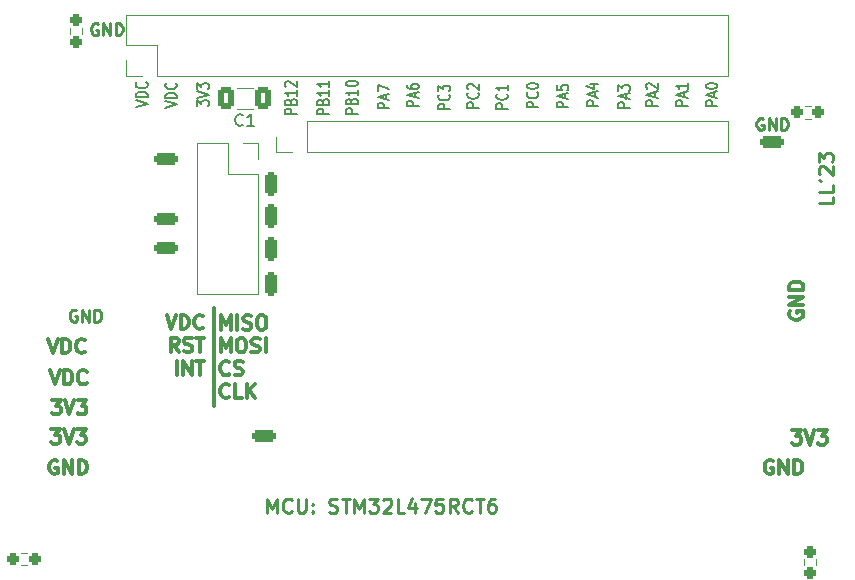
<source format=gto>
G04 #@! TF.GenerationSoftware,KiCad,Pcbnew,7.0.5-4d25ed1034~172~ubuntu22.04.1*
G04 #@! TF.CreationDate,2023-06-04T17:51:52+03:00*
G04 #@! TF.ProjectId,STM32L475daughter,53544d33-324c-4343-9735-646175676874,rev?*
G04 #@! TF.SameCoordinates,Original*
G04 #@! TF.FileFunction,Legend,Top*
G04 #@! TF.FilePolarity,Positive*
%FSLAX46Y46*%
G04 Gerber Fmt 4.6, Leading zero omitted, Abs format (unit mm)*
G04 Created by KiCad (PCBNEW 7.0.5-4d25ed1034~172~ubuntu22.04.1) date 2023-06-04 17:51:52*
%MOMM*%
%LPD*%
G01*
G04 APERTURE LIST*
G04 Aperture macros list*
%AMRoundRect*
0 Rectangle with rounded corners*
0 $1 Rounding radius*
0 $2 $3 $4 $5 $6 $7 $8 $9 X,Y pos of 4 corners*
0 Add a 4 corners polygon primitive as box body*
4,1,4,$2,$3,$4,$5,$6,$7,$8,$9,$2,$3,0*
0 Add four circle primitives for the rounded corners*
1,1,$1+$1,$2,$3*
1,1,$1+$1,$4,$5*
1,1,$1+$1,$6,$7*
1,1,$1+$1,$8,$9*
0 Add four rect primitives between the rounded corners*
20,1,$1+$1,$2,$3,$4,$5,0*
20,1,$1+$1,$4,$5,$6,$7,0*
20,1,$1+$1,$6,$7,$8,$9,0*
20,1,$1+$1,$8,$9,$2,$3,0*%
G04 Aperture macros list end*
%ADD10C,0.300000*%
%ADD11C,0.250000*%
%ADD12C,0.200000*%
%ADD13C,0.150000*%
%ADD14C,0.120000*%
%ADD15RoundRect,0.250000X0.750000X-0.250000X0.750000X0.250000X-0.750000X0.250000X-0.750000X-0.250000X0*%
%ADD16C,1.700000*%
%ADD17O,1.700000X1.700000*%
%ADD18C,1.524000*%
%ADD19RoundRect,0.250000X0.250000X0.750000X-0.250000X0.750000X-0.250000X-0.750000X0.250000X-0.750000X0*%
%ADD20RoundRect,0.250000X-0.750000X0.250000X-0.750000X-0.250000X0.750000X-0.250000X0.750000X0.250000X0*%
%ADD21RoundRect,0.250000X-0.412500X-0.650000X0.412500X-0.650000X0.412500X0.650000X-0.412500X0.650000X0*%
%ADD22RoundRect,0.237500X-0.237500X0.250000X-0.237500X-0.250000X0.237500X-0.250000X0.237500X0.250000X0*%
%ADD23RoundRect,0.237500X-0.250000X-0.237500X0.250000X-0.237500X0.250000X0.237500X-0.250000X0.237500X0*%
%ADD24R,1.700000X1.700000*%
%ADD25C,3.600000*%
%ADD26C,5.600000*%
G04 APERTURE END LIST*
D10*
X135986685Y-75369285D02*
X135929542Y-75483571D01*
X135929542Y-75483571D02*
X135929542Y-75654999D01*
X135929542Y-75654999D02*
X135986685Y-75826428D01*
X135986685Y-75826428D02*
X136100971Y-75940713D01*
X136100971Y-75940713D02*
X136215257Y-75997856D01*
X136215257Y-75997856D02*
X136443828Y-76054999D01*
X136443828Y-76054999D02*
X136615257Y-76054999D01*
X136615257Y-76054999D02*
X136843828Y-75997856D01*
X136843828Y-75997856D02*
X136958114Y-75940713D01*
X136958114Y-75940713D02*
X137072400Y-75826428D01*
X137072400Y-75826428D02*
X137129542Y-75654999D01*
X137129542Y-75654999D02*
X137129542Y-75540713D01*
X137129542Y-75540713D02*
X137072400Y-75369285D01*
X137072400Y-75369285D02*
X137015257Y-75312142D01*
X137015257Y-75312142D02*
X136615257Y-75312142D01*
X136615257Y-75312142D02*
X136615257Y-75540713D01*
X137129542Y-74797856D02*
X135929542Y-74797856D01*
X135929542Y-74797856D02*
X137129542Y-74112142D01*
X137129542Y-74112142D02*
X135929542Y-74112142D01*
X137129542Y-73540713D02*
X135929542Y-73540713D01*
X135929542Y-73540713D02*
X135929542Y-73254999D01*
X135929542Y-73254999D02*
X135986685Y-73083570D01*
X135986685Y-73083570D02*
X136100971Y-72969285D01*
X136100971Y-72969285D02*
X136215257Y-72912142D01*
X136215257Y-72912142D02*
X136443828Y-72854999D01*
X136443828Y-72854999D02*
X136615257Y-72854999D01*
X136615257Y-72854999D02*
X136843828Y-72912142D01*
X136843828Y-72912142D02*
X136958114Y-72969285D01*
X136958114Y-72969285D02*
X137072400Y-73083570D01*
X137072400Y-73083570D02*
X137129542Y-73254999D01*
X137129542Y-73254999D02*
X137129542Y-73540713D01*
X134535714Y-88001685D02*
X134421429Y-87944542D01*
X134421429Y-87944542D02*
X134250000Y-87944542D01*
X134250000Y-87944542D02*
X134078571Y-88001685D01*
X134078571Y-88001685D02*
X133964286Y-88115971D01*
X133964286Y-88115971D02*
X133907143Y-88230257D01*
X133907143Y-88230257D02*
X133850000Y-88458828D01*
X133850000Y-88458828D02*
X133850000Y-88630257D01*
X133850000Y-88630257D02*
X133907143Y-88858828D01*
X133907143Y-88858828D02*
X133964286Y-88973114D01*
X133964286Y-88973114D02*
X134078571Y-89087400D01*
X134078571Y-89087400D02*
X134250000Y-89144542D01*
X134250000Y-89144542D02*
X134364286Y-89144542D01*
X134364286Y-89144542D02*
X134535714Y-89087400D01*
X134535714Y-89087400D02*
X134592857Y-89030257D01*
X134592857Y-89030257D02*
X134592857Y-88630257D01*
X134592857Y-88630257D02*
X134364286Y-88630257D01*
X135107143Y-89144542D02*
X135107143Y-87944542D01*
X135107143Y-87944542D02*
X135792857Y-89144542D01*
X135792857Y-89144542D02*
X135792857Y-87944542D01*
X136364286Y-89144542D02*
X136364286Y-87944542D01*
X136364286Y-87944542D02*
X136650000Y-87944542D01*
X136650000Y-87944542D02*
X136821429Y-88001685D01*
X136821429Y-88001685D02*
X136935714Y-88115971D01*
X136935714Y-88115971D02*
X136992857Y-88230257D01*
X136992857Y-88230257D02*
X137050000Y-88458828D01*
X137050000Y-88458828D02*
X137050000Y-88630257D01*
X137050000Y-88630257D02*
X136992857Y-88858828D01*
X136992857Y-88858828D02*
X136935714Y-88973114D01*
X136935714Y-88973114D02*
X136821429Y-89087400D01*
X136821429Y-89087400D02*
X136650000Y-89144542D01*
X136650000Y-89144542D02*
X136364286Y-89144542D01*
X73464286Y-85364542D02*
X74207143Y-85364542D01*
X74207143Y-85364542D02*
X73807143Y-85821685D01*
X73807143Y-85821685D02*
X73978572Y-85821685D01*
X73978572Y-85821685D02*
X74092858Y-85878828D01*
X74092858Y-85878828D02*
X74150000Y-85935971D01*
X74150000Y-85935971D02*
X74207143Y-86050257D01*
X74207143Y-86050257D02*
X74207143Y-86335971D01*
X74207143Y-86335971D02*
X74150000Y-86450257D01*
X74150000Y-86450257D02*
X74092858Y-86507400D01*
X74092858Y-86507400D02*
X73978572Y-86564542D01*
X73978572Y-86564542D02*
X73635715Y-86564542D01*
X73635715Y-86564542D02*
X73521429Y-86507400D01*
X73521429Y-86507400D02*
X73464286Y-86450257D01*
X74550000Y-85364542D02*
X74950000Y-86564542D01*
X74950000Y-86564542D02*
X75350000Y-85364542D01*
X75635714Y-85364542D02*
X76378571Y-85364542D01*
X76378571Y-85364542D02*
X75978571Y-85821685D01*
X75978571Y-85821685D02*
X76150000Y-85821685D01*
X76150000Y-85821685D02*
X76264286Y-85878828D01*
X76264286Y-85878828D02*
X76321428Y-85935971D01*
X76321428Y-85935971D02*
X76378571Y-86050257D01*
X76378571Y-86050257D02*
X76378571Y-86335971D01*
X76378571Y-86335971D02*
X76321428Y-86450257D01*
X76321428Y-86450257D02*
X76264286Y-86507400D01*
X76264286Y-86507400D02*
X76150000Y-86564542D01*
X76150000Y-86564542D02*
X75807143Y-86564542D01*
X75807143Y-86564542D02*
X75692857Y-86507400D01*
X75692857Y-86507400D02*
X75635714Y-86450257D01*
X73350000Y-80344542D02*
X73750000Y-81544542D01*
X73750000Y-81544542D02*
X74150000Y-80344542D01*
X74550000Y-81544542D02*
X74550000Y-80344542D01*
X74550000Y-80344542D02*
X74835714Y-80344542D01*
X74835714Y-80344542D02*
X75007143Y-80401685D01*
X75007143Y-80401685D02*
X75121428Y-80515971D01*
X75121428Y-80515971D02*
X75178571Y-80630257D01*
X75178571Y-80630257D02*
X75235714Y-80858828D01*
X75235714Y-80858828D02*
X75235714Y-81030257D01*
X75235714Y-81030257D02*
X75178571Y-81258828D01*
X75178571Y-81258828D02*
X75121428Y-81373114D01*
X75121428Y-81373114D02*
X75007143Y-81487400D01*
X75007143Y-81487400D02*
X74835714Y-81544542D01*
X74835714Y-81544542D02*
X74550000Y-81544542D01*
X76435714Y-81430257D02*
X76378571Y-81487400D01*
X76378571Y-81487400D02*
X76207143Y-81544542D01*
X76207143Y-81544542D02*
X76092857Y-81544542D01*
X76092857Y-81544542D02*
X75921428Y-81487400D01*
X75921428Y-81487400D02*
X75807143Y-81373114D01*
X75807143Y-81373114D02*
X75750000Y-81258828D01*
X75750000Y-81258828D02*
X75692857Y-81030257D01*
X75692857Y-81030257D02*
X75692857Y-80858828D01*
X75692857Y-80858828D02*
X75750000Y-80630257D01*
X75750000Y-80630257D02*
X75807143Y-80515971D01*
X75807143Y-80515971D02*
X75921428Y-80401685D01*
X75921428Y-80401685D02*
X76092857Y-80344542D01*
X76092857Y-80344542D02*
X76207143Y-80344542D01*
X76207143Y-80344542D02*
X76378571Y-80401685D01*
X76378571Y-80401685D02*
X76435714Y-80458828D01*
X87200000Y-75112500D02*
X87200000Y-83387500D01*
X83213346Y-75661042D02*
X83613346Y-76861042D01*
X83613346Y-76861042D02*
X84013346Y-75661042D01*
X84413346Y-76861042D02*
X84413346Y-75661042D01*
X84413346Y-75661042D02*
X84699060Y-75661042D01*
X84699060Y-75661042D02*
X84870489Y-75718185D01*
X84870489Y-75718185D02*
X84984774Y-75832471D01*
X84984774Y-75832471D02*
X85041917Y-75946757D01*
X85041917Y-75946757D02*
X85099060Y-76175328D01*
X85099060Y-76175328D02*
X85099060Y-76346757D01*
X85099060Y-76346757D02*
X85041917Y-76575328D01*
X85041917Y-76575328D02*
X84984774Y-76689614D01*
X84984774Y-76689614D02*
X84870489Y-76803900D01*
X84870489Y-76803900D02*
X84699060Y-76861042D01*
X84699060Y-76861042D02*
X84413346Y-76861042D01*
X86299060Y-76746757D02*
X86241917Y-76803900D01*
X86241917Y-76803900D02*
X86070489Y-76861042D01*
X86070489Y-76861042D02*
X85956203Y-76861042D01*
X85956203Y-76861042D02*
X85784774Y-76803900D01*
X85784774Y-76803900D02*
X85670489Y-76689614D01*
X85670489Y-76689614D02*
X85613346Y-76575328D01*
X85613346Y-76575328D02*
X85556203Y-76346757D01*
X85556203Y-76346757D02*
X85556203Y-76175328D01*
X85556203Y-76175328D02*
X85613346Y-75946757D01*
X85613346Y-75946757D02*
X85670489Y-75832471D01*
X85670489Y-75832471D02*
X85784774Y-75718185D01*
X85784774Y-75718185D02*
X85956203Y-75661042D01*
X85956203Y-75661042D02*
X86070489Y-75661042D01*
X86070489Y-75661042D02*
X86241917Y-75718185D01*
X86241917Y-75718185D02*
X86299060Y-75775328D01*
X84241917Y-78793042D02*
X83841917Y-78221614D01*
X83556203Y-78793042D02*
X83556203Y-77593042D01*
X83556203Y-77593042D02*
X84013346Y-77593042D01*
X84013346Y-77593042D02*
X84127631Y-77650185D01*
X84127631Y-77650185D02*
X84184774Y-77707328D01*
X84184774Y-77707328D02*
X84241917Y-77821614D01*
X84241917Y-77821614D02*
X84241917Y-77993042D01*
X84241917Y-77993042D02*
X84184774Y-78107328D01*
X84184774Y-78107328D02*
X84127631Y-78164471D01*
X84127631Y-78164471D02*
X84013346Y-78221614D01*
X84013346Y-78221614D02*
X83556203Y-78221614D01*
X84699060Y-78735900D02*
X84870489Y-78793042D01*
X84870489Y-78793042D02*
X85156203Y-78793042D01*
X85156203Y-78793042D02*
X85270489Y-78735900D01*
X85270489Y-78735900D02*
X85327631Y-78678757D01*
X85327631Y-78678757D02*
X85384774Y-78564471D01*
X85384774Y-78564471D02*
X85384774Y-78450185D01*
X85384774Y-78450185D02*
X85327631Y-78335900D01*
X85327631Y-78335900D02*
X85270489Y-78278757D01*
X85270489Y-78278757D02*
X85156203Y-78221614D01*
X85156203Y-78221614D02*
X84927631Y-78164471D01*
X84927631Y-78164471D02*
X84813346Y-78107328D01*
X84813346Y-78107328D02*
X84756203Y-78050185D01*
X84756203Y-78050185D02*
X84699060Y-77935900D01*
X84699060Y-77935900D02*
X84699060Y-77821614D01*
X84699060Y-77821614D02*
X84756203Y-77707328D01*
X84756203Y-77707328D02*
X84813346Y-77650185D01*
X84813346Y-77650185D02*
X84927631Y-77593042D01*
X84927631Y-77593042D02*
X85213346Y-77593042D01*
X85213346Y-77593042D02*
X85384774Y-77650185D01*
X85727631Y-77593042D02*
X86413346Y-77593042D01*
X86070488Y-78793042D02*
X86070488Y-77593042D01*
X84070488Y-80725042D02*
X84070488Y-79525042D01*
X84641917Y-80725042D02*
X84641917Y-79525042D01*
X84641917Y-79525042D02*
X85327631Y-80725042D01*
X85327631Y-80725042D02*
X85327631Y-79525042D01*
X85727631Y-79525042D02*
X86413346Y-79525042D01*
X86070488Y-80725042D02*
X86070488Y-79525042D01*
X87833082Y-76904042D02*
X87833082Y-75704042D01*
X87833082Y-75704042D02*
X88233082Y-76561185D01*
X88233082Y-76561185D02*
X88633082Y-75704042D01*
X88633082Y-75704042D02*
X88633082Y-76904042D01*
X89204511Y-76904042D02*
X89204511Y-75704042D01*
X89718797Y-76846900D02*
X89890226Y-76904042D01*
X89890226Y-76904042D02*
X90175940Y-76904042D01*
X90175940Y-76904042D02*
X90290226Y-76846900D01*
X90290226Y-76846900D02*
X90347368Y-76789757D01*
X90347368Y-76789757D02*
X90404511Y-76675471D01*
X90404511Y-76675471D02*
X90404511Y-76561185D01*
X90404511Y-76561185D02*
X90347368Y-76446900D01*
X90347368Y-76446900D02*
X90290226Y-76389757D01*
X90290226Y-76389757D02*
X90175940Y-76332614D01*
X90175940Y-76332614D02*
X89947368Y-76275471D01*
X89947368Y-76275471D02*
X89833083Y-76218328D01*
X89833083Y-76218328D02*
X89775940Y-76161185D01*
X89775940Y-76161185D02*
X89718797Y-76046900D01*
X89718797Y-76046900D02*
X89718797Y-75932614D01*
X89718797Y-75932614D02*
X89775940Y-75818328D01*
X89775940Y-75818328D02*
X89833083Y-75761185D01*
X89833083Y-75761185D02*
X89947368Y-75704042D01*
X89947368Y-75704042D02*
X90233083Y-75704042D01*
X90233083Y-75704042D02*
X90404511Y-75761185D01*
X91147368Y-75704042D02*
X91375940Y-75704042D01*
X91375940Y-75704042D02*
X91490225Y-75761185D01*
X91490225Y-75761185D02*
X91604511Y-75875471D01*
X91604511Y-75875471D02*
X91661654Y-76104042D01*
X91661654Y-76104042D02*
X91661654Y-76504042D01*
X91661654Y-76504042D02*
X91604511Y-76732614D01*
X91604511Y-76732614D02*
X91490225Y-76846900D01*
X91490225Y-76846900D02*
X91375940Y-76904042D01*
X91375940Y-76904042D02*
X91147368Y-76904042D01*
X91147368Y-76904042D02*
X91033083Y-76846900D01*
X91033083Y-76846900D02*
X90918797Y-76732614D01*
X90918797Y-76732614D02*
X90861654Y-76504042D01*
X90861654Y-76504042D02*
X90861654Y-76104042D01*
X90861654Y-76104042D02*
X90918797Y-75875471D01*
X90918797Y-75875471D02*
X91033083Y-75761185D01*
X91033083Y-75761185D02*
X91147368Y-75704042D01*
X87833082Y-78836042D02*
X87833082Y-77636042D01*
X87833082Y-77636042D02*
X88233082Y-78493185D01*
X88233082Y-78493185D02*
X88633082Y-77636042D01*
X88633082Y-77636042D02*
X88633082Y-78836042D01*
X89433082Y-77636042D02*
X89661654Y-77636042D01*
X89661654Y-77636042D02*
X89775939Y-77693185D01*
X89775939Y-77693185D02*
X89890225Y-77807471D01*
X89890225Y-77807471D02*
X89947368Y-78036042D01*
X89947368Y-78036042D02*
X89947368Y-78436042D01*
X89947368Y-78436042D02*
X89890225Y-78664614D01*
X89890225Y-78664614D02*
X89775939Y-78778900D01*
X89775939Y-78778900D02*
X89661654Y-78836042D01*
X89661654Y-78836042D02*
X89433082Y-78836042D01*
X89433082Y-78836042D02*
X89318797Y-78778900D01*
X89318797Y-78778900D02*
X89204511Y-78664614D01*
X89204511Y-78664614D02*
X89147368Y-78436042D01*
X89147368Y-78436042D02*
X89147368Y-78036042D01*
X89147368Y-78036042D02*
X89204511Y-77807471D01*
X89204511Y-77807471D02*
X89318797Y-77693185D01*
X89318797Y-77693185D02*
X89433082Y-77636042D01*
X90404511Y-78778900D02*
X90575940Y-78836042D01*
X90575940Y-78836042D02*
X90861654Y-78836042D01*
X90861654Y-78836042D02*
X90975940Y-78778900D01*
X90975940Y-78778900D02*
X91033082Y-78721757D01*
X91033082Y-78721757D02*
X91090225Y-78607471D01*
X91090225Y-78607471D02*
X91090225Y-78493185D01*
X91090225Y-78493185D02*
X91033082Y-78378900D01*
X91033082Y-78378900D02*
X90975940Y-78321757D01*
X90975940Y-78321757D02*
X90861654Y-78264614D01*
X90861654Y-78264614D02*
X90633082Y-78207471D01*
X90633082Y-78207471D02*
X90518797Y-78150328D01*
X90518797Y-78150328D02*
X90461654Y-78093185D01*
X90461654Y-78093185D02*
X90404511Y-77978900D01*
X90404511Y-77978900D02*
X90404511Y-77864614D01*
X90404511Y-77864614D02*
X90461654Y-77750328D01*
X90461654Y-77750328D02*
X90518797Y-77693185D01*
X90518797Y-77693185D02*
X90633082Y-77636042D01*
X90633082Y-77636042D02*
X90918797Y-77636042D01*
X90918797Y-77636042D02*
X91090225Y-77693185D01*
X91604511Y-78836042D02*
X91604511Y-77636042D01*
X88518796Y-80653757D02*
X88461653Y-80710900D01*
X88461653Y-80710900D02*
X88290225Y-80768042D01*
X88290225Y-80768042D02*
X88175939Y-80768042D01*
X88175939Y-80768042D02*
X88004510Y-80710900D01*
X88004510Y-80710900D02*
X87890225Y-80596614D01*
X87890225Y-80596614D02*
X87833082Y-80482328D01*
X87833082Y-80482328D02*
X87775939Y-80253757D01*
X87775939Y-80253757D02*
X87775939Y-80082328D01*
X87775939Y-80082328D02*
X87833082Y-79853757D01*
X87833082Y-79853757D02*
X87890225Y-79739471D01*
X87890225Y-79739471D02*
X88004510Y-79625185D01*
X88004510Y-79625185D02*
X88175939Y-79568042D01*
X88175939Y-79568042D02*
X88290225Y-79568042D01*
X88290225Y-79568042D02*
X88461653Y-79625185D01*
X88461653Y-79625185D02*
X88518796Y-79682328D01*
X88975939Y-80710900D02*
X89147368Y-80768042D01*
X89147368Y-80768042D02*
X89433082Y-80768042D01*
X89433082Y-80768042D02*
X89547368Y-80710900D01*
X89547368Y-80710900D02*
X89604510Y-80653757D01*
X89604510Y-80653757D02*
X89661653Y-80539471D01*
X89661653Y-80539471D02*
X89661653Y-80425185D01*
X89661653Y-80425185D02*
X89604510Y-80310900D01*
X89604510Y-80310900D02*
X89547368Y-80253757D01*
X89547368Y-80253757D02*
X89433082Y-80196614D01*
X89433082Y-80196614D02*
X89204510Y-80139471D01*
X89204510Y-80139471D02*
X89090225Y-80082328D01*
X89090225Y-80082328D02*
X89033082Y-80025185D01*
X89033082Y-80025185D02*
X88975939Y-79910900D01*
X88975939Y-79910900D02*
X88975939Y-79796614D01*
X88975939Y-79796614D02*
X89033082Y-79682328D01*
X89033082Y-79682328D02*
X89090225Y-79625185D01*
X89090225Y-79625185D02*
X89204510Y-79568042D01*
X89204510Y-79568042D02*
X89490225Y-79568042D01*
X89490225Y-79568042D02*
X89661653Y-79625185D01*
X88518796Y-82585757D02*
X88461653Y-82642900D01*
X88461653Y-82642900D02*
X88290225Y-82700042D01*
X88290225Y-82700042D02*
X88175939Y-82700042D01*
X88175939Y-82700042D02*
X88004510Y-82642900D01*
X88004510Y-82642900D02*
X87890225Y-82528614D01*
X87890225Y-82528614D02*
X87833082Y-82414328D01*
X87833082Y-82414328D02*
X87775939Y-82185757D01*
X87775939Y-82185757D02*
X87775939Y-82014328D01*
X87775939Y-82014328D02*
X87833082Y-81785757D01*
X87833082Y-81785757D02*
X87890225Y-81671471D01*
X87890225Y-81671471D02*
X88004510Y-81557185D01*
X88004510Y-81557185D02*
X88175939Y-81500042D01*
X88175939Y-81500042D02*
X88290225Y-81500042D01*
X88290225Y-81500042D02*
X88461653Y-81557185D01*
X88461653Y-81557185D02*
X88518796Y-81614328D01*
X89604510Y-82700042D02*
X89033082Y-82700042D01*
X89033082Y-82700042D02*
X89033082Y-81500042D01*
X90004511Y-82700042D02*
X90004511Y-81500042D01*
X90690225Y-82700042D02*
X90175939Y-82014328D01*
X90690225Y-81500042D02*
X90004511Y-82185757D01*
D11*
X75588095Y-75272238D02*
X75492857Y-75224619D01*
X75492857Y-75224619D02*
X75350000Y-75224619D01*
X75350000Y-75224619D02*
X75207143Y-75272238D01*
X75207143Y-75272238D02*
X75111905Y-75367476D01*
X75111905Y-75367476D02*
X75064286Y-75462714D01*
X75064286Y-75462714D02*
X75016667Y-75653190D01*
X75016667Y-75653190D02*
X75016667Y-75796047D01*
X75016667Y-75796047D02*
X75064286Y-75986523D01*
X75064286Y-75986523D02*
X75111905Y-76081761D01*
X75111905Y-76081761D02*
X75207143Y-76177000D01*
X75207143Y-76177000D02*
X75350000Y-76224619D01*
X75350000Y-76224619D02*
X75445238Y-76224619D01*
X75445238Y-76224619D02*
X75588095Y-76177000D01*
X75588095Y-76177000D02*
X75635714Y-76129380D01*
X75635714Y-76129380D02*
X75635714Y-75796047D01*
X75635714Y-75796047D02*
X75445238Y-75796047D01*
X76064286Y-76224619D02*
X76064286Y-75224619D01*
X76064286Y-75224619D02*
X76635714Y-76224619D01*
X76635714Y-76224619D02*
X76635714Y-75224619D01*
X77111905Y-76224619D02*
X77111905Y-75224619D01*
X77111905Y-75224619D02*
X77350000Y-75224619D01*
X77350000Y-75224619D02*
X77492857Y-75272238D01*
X77492857Y-75272238D02*
X77588095Y-75367476D01*
X77588095Y-75367476D02*
X77635714Y-75462714D01*
X77635714Y-75462714D02*
X77683333Y-75653190D01*
X77683333Y-75653190D02*
X77683333Y-75796047D01*
X77683333Y-75796047D02*
X77635714Y-75986523D01*
X77635714Y-75986523D02*
X77588095Y-76081761D01*
X77588095Y-76081761D02*
X77492857Y-76177000D01*
X77492857Y-76177000D02*
X77350000Y-76224619D01*
X77350000Y-76224619D02*
X77111905Y-76224619D01*
X133726377Y-59037238D02*
X133631139Y-58989619D01*
X133631139Y-58989619D02*
X133488282Y-58989619D01*
X133488282Y-58989619D02*
X133345425Y-59037238D01*
X133345425Y-59037238D02*
X133250187Y-59132476D01*
X133250187Y-59132476D02*
X133202568Y-59227714D01*
X133202568Y-59227714D02*
X133154949Y-59418190D01*
X133154949Y-59418190D02*
X133154949Y-59561047D01*
X133154949Y-59561047D02*
X133202568Y-59751523D01*
X133202568Y-59751523D02*
X133250187Y-59846761D01*
X133250187Y-59846761D02*
X133345425Y-59942000D01*
X133345425Y-59942000D02*
X133488282Y-59989619D01*
X133488282Y-59989619D02*
X133583520Y-59989619D01*
X133583520Y-59989619D02*
X133726377Y-59942000D01*
X133726377Y-59942000D02*
X133773996Y-59894380D01*
X133773996Y-59894380D02*
X133773996Y-59561047D01*
X133773996Y-59561047D02*
X133583520Y-59561047D01*
X134202568Y-59989619D02*
X134202568Y-58989619D01*
X134202568Y-58989619D02*
X134773996Y-59989619D01*
X134773996Y-59989619D02*
X134773996Y-58989619D01*
X135250187Y-59989619D02*
X135250187Y-58989619D01*
X135250187Y-58989619D02*
X135488282Y-58989619D01*
X135488282Y-58989619D02*
X135631139Y-59037238D01*
X135631139Y-59037238D02*
X135726377Y-59132476D01*
X135726377Y-59132476D02*
X135773996Y-59227714D01*
X135773996Y-59227714D02*
X135821615Y-59418190D01*
X135821615Y-59418190D02*
X135821615Y-59561047D01*
X135821615Y-59561047D02*
X135773996Y-59751523D01*
X135773996Y-59751523D02*
X135726377Y-59846761D01*
X135726377Y-59846761D02*
X135631139Y-59942000D01*
X135631139Y-59942000D02*
X135488282Y-59989619D01*
X135488282Y-59989619D02*
X135250187Y-59989619D01*
D10*
X73975714Y-87991685D02*
X73861429Y-87934542D01*
X73861429Y-87934542D02*
X73690000Y-87934542D01*
X73690000Y-87934542D02*
X73518571Y-87991685D01*
X73518571Y-87991685D02*
X73404286Y-88105971D01*
X73404286Y-88105971D02*
X73347143Y-88220257D01*
X73347143Y-88220257D02*
X73290000Y-88448828D01*
X73290000Y-88448828D02*
X73290000Y-88620257D01*
X73290000Y-88620257D02*
X73347143Y-88848828D01*
X73347143Y-88848828D02*
X73404286Y-88963114D01*
X73404286Y-88963114D02*
X73518571Y-89077400D01*
X73518571Y-89077400D02*
X73690000Y-89134542D01*
X73690000Y-89134542D02*
X73804286Y-89134542D01*
X73804286Y-89134542D02*
X73975714Y-89077400D01*
X73975714Y-89077400D02*
X74032857Y-89020257D01*
X74032857Y-89020257D02*
X74032857Y-88620257D01*
X74032857Y-88620257D02*
X73804286Y-88620257D01*
X74547143Y-89134542D02*
X74547143Y-87934542D01*
X74547143Y-87934542D02*
X75232857Y-89134542D01*
X75232857Y-89134542D02*
X75232857Y-87934542D01*
X75804286Y-89134542D02*
X75804286Y-87934542D01*
X75804286Y-87934542D02*
X76090000Y-87934542D01*
X76090000Y-87934542D02*
X76261429Y-87991685D01*
X76261429Y-87991685D02*
X76375714Y-88105971D01*
X76375714Y-88105971D02*
X76432857Y-88220257D01*
X76432857Y-88220257D02*
X76490000Y-88448828D01*
X76490000Y-88448828D02*
X76490000Y-88620257D01*
X76490000Y-88620257D02*
X76432857Y-88848828D01*
X76432857Y-88848828D02*
X76375714Y-88963114D01*
X76375714Y-88963114D02*
X76261429Y-89077400D01*
X76261429Y-89077400D02*
X76090000Y-89134542D01*
X76090000Y-89134542D02*
X75804286Y-89134542D01*
X73504286Y-82884542D02*
X74247143Y-82884542D01*
X74247143Y-82884542D02*
X73847143Y-83341685D01*
X73847143Y-83341685D02*
X74018572Y-83341685D01*
X74018572Y-83341685D02*
X74132858Y-83398828D01*
X74132858Y-83398828D02*
X74190000Y-83455971D01*
X74190000Y-83455971D02*
X74247143Y-83570257D01*
X74247143Y-83570257D02*
X74247143Y-83855971D01*
X74247143Y-83855971D02*
X74190000Y-83970257D01*
X74190000Y-83970257D02*
X74132858Y-84027400D01*
X74132858Y-84027400D02*
X74018572Y-84084542D01*
X74018572Y-84084542D02*
X73675715Y-84084542D01*
X73675715Y-84084542D02*
X73561429Y-84027400D01*
X73561429Y-84027400D02*
X73504286Y-83970257D01*
X74590000Y-82884542D02*
X74990000Y-84084542D01*
X74990000Y-84084542D02*
X75390000Y-82884542D01*
X75675714Y-82884542D02*
X76418571Y-82884542D01*
X76418571Y-82884542D02*
X76018571Y-83341685D01*
X76018571Y-83341685D02*
X76190000Y-83341685D01*
X76190000Y-83341685D02*
X76304286Y-83398828D01*
X76304286Y-83398828D02*
X76361428Y-83455971D01*
X76361428Y-83455971D02*
X76418571Y-83570257D01*
X76418571Y-83570257D02*
X76418571Y-83855971D01*
X76418571Y-83855971D02*
X76361428Y-83970257D01*
X76361428Y-83970257D02*
X76304286Y-84027400D01*
X76304286Y-84027400D02*
X76190000Y-84084542D01*
X76190000Y-84084542D02*
X75847143Y-84084542D01*
X75847143Y-84084542D02*
X75732857Y-84027400D01*
X75732857Y-84027400D02*
X75675714Y-83970257D01*
X136178796Y-85442542D02*
X136921653Y-85442542D01*
X136921653Y-85442542D02*
X136521653Y-85899685D01*
X136521653Y-85899685D02*
X136693082Y-85899685D01*
X136693082Y-85899685D02*
X136807368Y-85956828D01*
X136807368Y-85956828D02*
X136864510Y-86013971D01*
X136864510Y-86013971D02*
X136921653Y-86128257D01*
X136921653Y-86128257D02*
X136921653Y-86413971D01*
X136921653Y-86413971D02*
X136864510Y-86528257D01*
X136864510Y-86528257D02*
X136807368Y-86585400D01*
X136807368Y-86585400D02*
X136693082Y-86642542D01*
X136693082Y-86642542D02*
X136350225Y-86642542D01*
X136350225Y-86642542D02*
X136235939Y-86585400D01*
X136235939Y-86585400D02*
X136178796Y-86528257D01*
X137264510Y-85442542D02*
X137664510Y-86642542D01*
X137664510Y-86642542D02*
X138064510Y-85442542D01*
X138350224Y-85442542D02*
X139093081Y-85442542D01*
X139093081Y-85442542D02*
X138693081Y-85899685D01*
X138693081Y-85899685D02*
X138864510Y-85899685D01*
X138864510Y-85899685D02*
X138978796Y-85956828D01*
X138978796Y-85956828D02*
X139035938Y-86013971D01*
X139035938Y-86013971D02*
X139093081Y-86128257D01*
X139093081Y-86128257D02*
X139093081Y-86413971D01*
X139093081Y-86413971D02*
X139035938Y-86528257D01*
X139035938Y-86528257D02*
X138978796Y-86585400D01*
X138978796Y-86585400D02*
X138864510Y-86642542D01*
X138864510Y-86642542D02*
X138521653Y-86642542D01*
X138521653Y-86642542D02*
X138407367Y-86585400D01*
X138407367Y-86585400D02*
X138350224Y-86528257D01*
X73190000Y-77704542D02*
X73590000Y-78904542D01*
X73590000Y-78904542D02*
X73990000Y-77704542D01*
X74390000Y-78904542D02*
X74390000Y-77704542D01*
X74390000Y-77704542D02*
X74675714Y-77704542D01*
X74675714Y-77704542D02*
X74847143Y-77761685D01*
X74847143Y-77761685D02*
X74961428Y-77875971D01*
X74961428Y-77875971D02*
X75018571Y-77990257D01*
X75018571Y-77990257D02*
X75075714Y-78218828D01*
X75075714Y-78218828D02*
X75075714Y-78390257D01*
X75075714Y-78390257D02*
X75018571Y-78618828D01*
X75018571Y-78618828D02*
X74961428Y-78733114D01*
X74961428Y-78733114D02*
X74847143Y-78847400D01*
X74847143Y-78847400D02*
X74675714Y-78904542D01*
X74675714Y-78904542D02*
X74390000Y-78904542D01*
X76275714Y-78790257D02*
X76218571Y-78847400D01*
X76218571Y-78847400D02*
X76047143Y-78904542D01*
X76047143Y-78904542D02*
X75932857Y-78904542D01*
X75932857Y-78904542D02*
X75761428Y-78847400D01*
X75761428Y-78847400D02*
X75647143Y-78733114D01*
X75647143Y-78733114D02*
X75590000Y-78618828D01*
X75590000Y-78618828D02*
X75532857Y-78390257D01*
X75532857Y-78390257D02*
X75532857Y-78218828D01*
X75532857Y-78218828D02*
X75590000Y-77990257D01*
X75590000Y-77990257D02*
X75647143Y-77875971D01*
X75647143Y-77875971D02*
X75761428Y-77761685D01*
X75761428Y-77761685D02*
X75932857Y-77704542D01*
X75932857Y-77704542D02*
X76047143Y-77704542D01*
X76047143Y-77704542D02*
X76218571Y-77761685D01*
X76218571Y-77761685D02*
X76275714Y-77818828D01*
D11*
X91742856Y-92417142D02*
X91742856Y-91217142D01*
X91742856Y-91217142D02*
X92142856Y-92074285D01*
X92142856Y-92074285D02*
X92542856Y-91217142D01*
X92542856Y-91217142D02*
X92542856Y-92417142D01*
X93799999Y-92302857D02*
X93742856Y-92360000D01*
X93742856Y-92360000D02*
X93571428Y-92417142D01*
X93571428Y-92417142D02*
X93457142Y-92417142D01*
X93457142Y-92417142D02*
X93285713Y-92360000D01*
X93285713Y-92360000D02*
X93171428Y-92245714D01*
X93171428Y-92245714D02*
X93114285Y-92131428D01*
X93114285Y-92131428D02*
X93057142Y-91902857D01*
X93057142Y-91902857D02*
X93057142Y-91731428D01*
X93057142Y-91731428D02*
X93114285Y-91502857D01*
X93114285Y-91502857D02*
X93171428Y-91388571D01*
X93171428Y-91388571D02*
X93285713Y-91274285D01*
X93285713Y-91274285D02*
X93457142Y-91217142D01*
X93457142Y-91217142D02*
X93571428Y-91217142D01*
X93571428Y-91217142D02*
X93742856Y-91274285D01*
X93742856Y-91274285D02*
X93799999Y-91331428D01*
X94314285Y-91217142D02*
X94314285Y-92188571D01*
X94314285Y-92188571D02*
X94371428Y-92302857D01*
X94371428Y-92302857D02*
X94428571Y-92360000D01*
X94428571Y-92360000D02*
X94542856Y-92417142D01*
X94542856Y-92417142D02*
X94771428Y-92417142D01*
X94771428Y-92417142D02*
X94885713Y-92360000D01*
X94885713Y-92360000D02*
X94942856Y-92302857D01*
X94942856Y-92302857D02*
X94999999Y-92188571D01*
X94999999Y-92188571D02*
X94999999Y-91217142D01*
X95571428Y-92302857D02*
X95628571Y-92360000D01*
X95628571Y-92360000D02*
X95571428Y-92417142D01*
X95571428Y-92417142D02*
X95514285Y-92360000D01*
X95514285Y-92360000D02*
X95571428Y-92302857D01*
X95571428Y-92302857D02*
X95571428Y-92417142D01*
X95571428Y-91674285D02*
X95628571Y-91731428D01*
X95628571Y-91731428D02*
X95571428Y-91788571D01*
X95571428Y-91788571D02*
X95514285Y-91731428D01*
X95514285Y-91731428D02*
X95571428Y-91674285D01*
X95571428Y-91674285D02*
X95571428Y-91788571D01*
X97000000Y-92360000D02*
X97171429Y-92417142D01*
X97171429Y-92417142D02*
X97457143Y-92417142D01*
X97457143Y-92417142D02*
X97571429Y-92360000D01*
X97571429Y-92360000D02*
X97628571Y-92302857D01*
X97628571Y-92302857D02*
X97685714Y-92188571D01*
X97685714Y-92188571D02*
X97685714Y-92074285D01*
X97685714Y-92074285D02*
X97628571Y-91960000D01*
X97628571Y-91960000D02*
X97571429Y-91902857D01*
X97571429Y-91902857D02*
X97457143Y-91845714D01*
X97457143Y-91845714D02*
X97228571Y-91788571D01*
X97228571Y-91788571D02*
X97114286Y-91731428D01*
X97114286Y-91731428D02*
X97057143Y-91674285D01*
X97057143Y-91674285D02*
X97000000Y-91560000D01*
X97000000Y-91560000D02*
X97000000Y-91445714D01*
X97000000Y-91445714D02*
X97057143Y-91331428D01*
X97057143Y-91331428D02*
X97114286Y-91274285D01*
X97114286Y-91274285D02*
X97228571Y-91217142D01*
X97228571Y-91217142D02*
X97514286Y-91217142D01*
X97514286Y-91217142D02*
X97685714Y-91274285D01*
X98028571Y-91217142D02*
X98714286Y-91217142D01*
X98371428Y-92417142D02*
X98371428Y-91217142D01*
X99114286Y-92417142D02*
X99114286Y-91217142D01*
X99114286Y-91217142D02*
X99514286Y-92074285D01*
X99514286Y-92074285D02*
X99914286Y-91217142D01*
X99914286Y-91217142D02*
X99914286Y-92417142D01*
X100371429Y-91217142D02*
X101114286Y-91217142D01*
X101114286Y-91217142D02*
X100714286Y-91674285D01*
X100714286Y-91674285D02*
X100885715Y-91674285D01*
X100885715Y-91674285D02*
X101000001Y-91731428D01*
X101000001Y-91731428D02*
X101057143Y-91788571D01*
X101057143Y-91788571D02*
X101114286Y-91902857D01*
X101114286Y-91902857D02*
X101114286Y-92188571D01*
X101114286Y-92188571D02*
X101057143Y-92302857D01*
X101057143Y-92302857D02*
X101000001Y-92360000D01*
X101000001Y-92360000D02*
X100885715Y-92417142D01*
X100885715Y-92417142D02*
X100542858Y-92417142D01*
X100542858Y-92417142D02*
X100428572Y-92360000D01*
X100428572Y-92360000D02*
X100371429Y-92302857D01*
X101571429Y-91331428D02*
X101628572Y-91274285D01*
X101628572Y-91274285D02*
X101742858Y-91217142D01*
X101742858Y-91217142D02*
X102028572Y-91217142D01*
X102028572Y-91217142D02*
X102142858Y-91274285D01*
X102142858Y-91274285D02*
X102200000Y-91331428D01*
X102200000Y-91331428D02*
X102257143Y-91445714D01*
X102257143Y-91445714D02*
X102257143Y-91560000D01*
X102257143Y-91560000D02*
X102200000Y-91731428D01*
X102200000Y-91731428D02*
X101514286Y-92417142D01*
X101514286Y-92417142D02*
X102257143Y-92417142D01*
X103342857Y-92417142D02*
X102771429Y-92417142D01*
X102771429Y-92417142D02*
X102771429Y-91217142D01*
X104257144Y-91617142D02*
X104257144Y-92417142D01*
X103971429Y-91160000D02*
X103685715Y-92017142D01*
X103685715Y-92017142D02*
X104428572Y-92017142D01*
X104771429Y-91217142D02*
X105571429Y-91217142D01*
X105571429Y-91217142D02*
X105057143Y-92417142D01*
X106600000Y-91217142D02*
X106028572Y-91217142D01*
X106028572Y-91217142D02*
X105971429Y-91788571D01*
X105971429Y-91788571D02*
X106028572Y-91731428D01*
X106028572Y-91731428D02*
X106142858Y-91674285D01*
X106142858Y-91674285D02*
X106428572Y-91674285D01*
X106428572Y-91674285D02*
X106542858Y-91731428D01*
X106542858Y-91731428D02*
X106600000Y-91788571D01*
X106600000Y-91788571D02*
X106657143Y-91902857D01*
X106657143Y-91902857D02*
X106657143Y-92188571D01*
X106657143Y-92188571D02*
X106600000Y-92302857D01*
X106600000Y-92302857D02*
X106542858Y-92360000D01*
X106542858Y-92360000D02*
X106428572Y-92417142D01*
X106428572Y-92417142D02*
X106142858Y-92417142D01*
X106142858Y-92417142D02*
X106028572Y-92360000D01*
X106028572Y-92360000D02*
X105971429Y-92302857D01*
X107857143Y-92417142D02*
X107457143Y-91845714D01*
X107171429Y-92417142D02*
X107171429Y-91217142D01*
X107171429Y-91217142D02*
X107628572Y-91217142D01*
X107628572Y-91217142D02*
X107742857Y-91274285D01*
X107742857Y-91274285D02*
X107800000Y-91331428D01*
X107800000Y-91331428D02*
X107857143Y-91445714D01*
X107857143Y-91445714D02*
X107857143Y-91617142D01*
X107857143Y-91617142D02*
X107800000Y-91731428D01*
X107800000Y-91731428D02*
X107742857Y-91788571D01*
X107742857Y-91788571D02*
X107628572Y-91845714D01*
X107628572Y-91845714D02*
X107171429Y-91845714D01*
X109057143Y-92302857D02*
X109000000Y-92360000D01*
X109000000Y-92360000D02*
X108828572Y-92417142D01*
X108828572Y-92417142D02*
X108714286Y-92417142D01*
X108714286Y-92417142D02*
X108542857Y-92360000D01*
X108542857Y-92360000D02*
X108428572Y-92245714D01*
X108428572Y-92245714D02*
X108371429Y-92131428D01*
X108371429Y-92131428D02*
X108314286Y-91902857D01*
X108314286Y-91902857D02*
X108314286Y-91731428D01*
X108314286Y-91731428D02*
X108371429Y-91502857D01*
X108371429Y-91502857D02*
X108428572Y-91388571D01*
X108428572Y-91388571D02*
X108542857Y-91274285D01*
X108542857Y-91274285D02*
X108714286Y-91217142D01*
X108714286Y-91217142D02*
X108828572Y-91217142D01*
X108828572Y-91217142D02*
X109000000Y-91274285D01*
X109000000Y-91274285D02*
X109057143Y-91331428D01*
X109400000Y-91217142D02*
X110085715Y-91217142D01*
X109742857Y-92417142D02*
X109742857Y-91217142D01*
X111000001Y-91217142D02*
X110771429Y-91217142D01*
X110771429Y-91217142D02*
X110657143Y-91274285D01*
X110657143Y-91274285D02*
X110600001Y-91331428D01*
X110600001Y-91331428D02*
X110485715Y-91502857D01*
X110485715Y-91502857D02*
X110428572Y-91731428D01*
X110428572Y-91731428D02*
X110428572Y-92188571D01*
X110428572Y-92188571D02*
X110485715Y-92302857D01*
X110485715Y-92302857D02*
X110542858Y-92360000D01*
X110542858Y-92360000D02*
X110657143Y-92417142D01*
X110657143Y-92417142D02*
X110885715Y-92417142D01*
X110885715Y-92417142D02*
X111000001Y-92360000D01*
X111000001Y-92360000D02*
X111057143Y-92302857D01*
X111057143Y-92302857D02*
X111114286Y-92188571D01*
X111114286Y-92188571D02*
X111114286Y-91902857D01*
X111114286Y-91902857D02*
X111057143Y-91788571D01*
X111057143Y-91788571D02*
X111000001Y-91731428D01*
X111000001Y-91731428D02*
X110885715Y-91674285D01*
X110885715Y-91674285D02*
X110657143Y-91674285D01*
X110657143Y-91674285D02*
X110542858Y-91731428D01*
X110542858Y-91731428D02*
X110485715Y-91788571D01*
X110485715Y-91788571D02*
X110428572Y-91902857D01*
D12*
X99392219Y-58626428D02*
X98392219Y-58626428D01*
X98392219Y-58626428D02*
X98392219Y-58321666D01*
X98392219Y-58321666D02*
X98439838Y-58245476D01*
X98439838Y-58245476D02*
X98487457Y-58207381D01*
X98487457Y-58207381D02*
X98582695Y-58169285D01*
X98582695Y-58169285D02*
X98725552Y-58169285D01*
X98725552Y-58169285D02*
X98820790Y-58207381D01*
X98820790Y-58207381D02*
X98868409Y-58245476D01*
X98868409Y-58245476D02*
X98916028Y-58321666D01*
X98916028Y-58321666D02*
X98916028Y-58626428D01*
X98868409Y-57559762D02*
X98916028Y-57445476D01*
X98916028Y-57445476D02*
X98963647Y-57407381D01*
X98963647Y-57407381D02*
X99058885Y-57369285D01*
X99058885Y-57369285D02*
X99201742Y-57369285D01*
X99201742Y-57369285D02*
X99296980Y-57407381D01*
X99296980Y-57407381D02*
X99344600Y-57445476D01*
X99344600Y-57445476D02*
X99392219Y-57521666D01*
X99392219Y-57521666D02*
X99392219Y-57826428D01*
X99392219Y-57826428D02*
X98392219Y-57826428D01*
X98392219Y-57826428D02*
X98392219Y-57559762D01*
X98392219Y-57559762D02*
X98439838Y-57483571D01*
X98439838Y-57483571D02*
X98487457Y-57445476D01*
X98487457Y-57445476D02*
X98582695Y-57407381D01*
X98582695Y-57407381D02*
X98677933Y-57407381D01*
X98677933Y-57407381D02*
X98773171Y-57445476D01*
X98773171Y-57445476D02*
X98820790Y-57483571D01*
X98820790Y-57483571D02*
X98868409Y-57559762D01*
X98868409Y-57559762D02*
X98868409Y-57826428D01*
X99392219Y-56607381D02*
X99392219Y-57064524D01*
X99392219Y-56835952D02*
X98392219Y-56835952D01*
X98392219Y-56835952D02*
X98535076Y-56912143D01*
X98535076Y-56912143D02*
X98630314Y-56988333D01*
X98630314Y-56988333D02*
X98677933Y-57064524D01*
X98392219Y-56112142D02*
X98392219Y-56035952D01*
X98392219Y-56035952D02*
X98439838Y-55959761D01*
X98439838Y-55959761D02*
X98487457Y-55921666D01*
X98487457Y-55921666D02*
X98582695Y-55883571D01*
X98582695Y-55883571D02*
X98773171Y-55845476D01*
X98773171Y-55845476D02*
X99011266Y-55845476D01*
X99011266Y-55845476D02*
X99201742Y-55883571D01*
X99201742Y-55883571D02*
X99296980Y-55921666D01*
X99296980Y-55921666D02*
X99344600Y-55959761D01*
X99344600Y-55959761D02*
X99392219Y-56035952D01*
X99392219Y-56035952D02*
X99392219Y-56112142D01*
X99392219Y-56112142D02*
X99344600Y-56188333D01*
X99344600Y-56188333D02*
X99296980Y-56226428D01*
X99296980Y-56226428D02*
X99201742Y-56264523D01*
X99201742Y-56264523D02*
X99011266Y-56302619D01*
X99011266Y-56302619D02*
X98773171Y-56302619D01*
X98773171Y-56302619D02*
X98582695Y-56264523D01*
X98582695Y-56264523D02*
X98487457Y-56226428D01*
X98487457Y-56226428D02*
X98439838Y-56188333D01*
X98439838Y-56188333D02*
X98392219Y-56112142D01*
X109662219Y-58105475D02*
X108662219Y-58105475D01*
X108662219Y-58105475D02*
X108662219Y-57800713D01*
X108662219Y-57800713D02*
X108709838Y-57724523D01*
X108709838Y-57724523D02*
X108757457Y-57686428D01*
X108757457Y-57686428D02*
X108852695Y-57648332D01*
X108852695Y-57648332D02*
X108995552Y-57648332D01*
X108995552Y-57648332D02*
X109090790Y-57686428D01*
X109090790Y-57686428D02*
X109138409Y-57724523D01*
X109138409Y-57724523D02*
X109186028Y-57800713D01*
X109186028Y-57800713D02*
X109186028Y-58105475D01*
X109566980Y-56848332D02*
X109614600Y-56886428D01*
X109614600Y-56886428D02*
X109662219Y-57000713D01*
X109662219Y-57000713D02*
X109662219Y-57076904D01*
X109662219Y-57076904D02*
X109614600Y-57191190D01*
X109614600Y-57191190D02*
X109519361Y-57267380D01*
X109519361Y-57267380D02*
X109424123Y-57305475D01*
X109424123Y-57305475D02*
X109233647Y-57343571D01*
X109233647Y-57343571D02*
X109090790Y-57343571D01*
X109090790Y-57343571D02*
X108900314Y-57305475D01*
X108900314Y-57305475D02*
X108805076Y-57267380D01*
X108805076Y-57267380D02*
X108709838Y-57191190D01*
X108709838Y-57191190D02*
X108662219Y-57076904D01*
X108662219Y-57076904D02*
X108662219Y-57000713D01*
X108662219Y-57000713D02*
X108709838Y-56886428D01*
X108709838Y-56886428D02*
X108757457Y-56848332D01*
X108757457Y-56543571D02*
X108709838Y-56505475D01*
X108709838Y-56505475D02*
X108662219Y-56429285D01*
X108662219Y-56429285D02*
X108662219Y-56238809D01*
X108662219Y-56238809D02*
X108709838Y-56162618D01*
X108709838Y-56162618D02*
X108757457Y-56124523D01*
X108757457Y-56124523D02*
X108852695Y-56086428D01*
X108852695Y-56086428D02*
X108947933Y-56086428D01*
X108947933Y-56086428D02*
X109090790Y-56124523D01*
X109090790Y-56124523D02*
X109662219Y-56581666D01*
X109662219Y-56581666D02*
X109662219Y-56086428D01*
X102082219Y-58158332D02*
X101082219Y-58158332D01*
X101082219Y-58158332D02*
X101082219Y-57853570D01*
X101082219Y-57853570D02*
X101129838Y-57777380D01*
X101129838Y-57777380D02*
X101177457Y-57739285D01*
X101177457Y-57739285D02*
X101272695Y-57701189D01*
X101272695Y-57701189D02*
X101415552Y-57701189D01*
X101415552Y-57701189D02*
X101510790Y-57739285D01*
X101510790Y-57739285D02*
X101558409Y-57777380D01*
X101558409Y-57777380D02*
X101606028Y-57853570D01*
X101606028Y-57853570D02*
X101606028Y-58158332D01*
X101796504Y-57396428D02*
X101796504Y-57015475D01*
X102082219Y-57472618D02*
X101082219Y-57205951D01*
X101082219Y-57205951D02*
X102082219Y-56939285D01*
X101082219Y-56748809D02*
X101082219Y-56215475D01*
X101082219Y-56215475D02*
X102082219Y-56558333D01*
X96962219Y-58656428D02*
X95962219Y-58656428D01*
X95962219Y-58656428D02*
X95962219Y-58351666D01*
X95962219Y-58351666D02*
X96009838Y-58275476D01*
X96009838Y-58275476D02*
X96057457Y-58237381D01*
X96057457Y-58237381D02*
X96152695Y-58199285D01*
X96152695Y-58199285D02*
X96295552Y-58199285D01*
X96295552Y-58199285D02*
X96390790Y-58237381D01*
X96390790Y-58237381D02*
X96438409Y-58275476D01*
X96438409Y-58275476D02*
X96486028Y-58351666D01*
X96486028Y-58351666D02*
X96486028Y-58656428D01*
X96438409Y-57589762D02*
X96486028Y-57475476D01*
X96486028Y-57475476D02*
X96533647Y-57437381D01*
X96533647Y-57437381D02*
X96628885Y-57399285D01*
X96628885Y-57399285D02*
X96771742Y-57399285D01*
X96771742Y-57399285D02*
X96866980Y-57437381D01*
X96866980Y-57437381D02*
X96914600Y-57475476D01*
X96914600Y-57475476D02*
X96962219Y-57551666D01*
X96962219Y-57551666D02*
X96962219Y-57856428D01*
X96962219Y-57856428D02*
X95962219Y-57856428D01*
X95962219Y-57856428D02*
X95962219Y-57589762D01*
X95962219Y-57589762D02*
X96009838Y-57513571D01*
X96009838Y-57513571D02*
X96057457Y-57475476D01*
X96057457Y-57475476D02*
X96152695Y-57437381D01*
X96152695Y-57437381D02*
X96247933Y-57437381D01*
X96247933Y-57437381D02*
X96343171Y-57475476D01*
X96343171Y-57475476D02*
X96390790Y-57513571D01*
X96390790Y-57513571D02*
X96438409Y-57589762D01*
X96438409Y-57589762D02*
X96438409Y-57856428D01*
X96962219Y-56637381D02*
X96962219Y-57094524D01*
X96962219Y-56865952D02*
X95962219Y-56865952D01*
X95962219Y-56865952D02*
X96105076Y-56942143D01*
X96105076Y-56942143D02*
X96200314Y-57018333D01*
X96200314Y-57018333D02*
X96247933Y-57094524D01*
X96962219Y-55875476D02*
X96962219Y-56332619D01*
X96962219Y-56104047D02*
X95962219Y-56104047D01*
X95962219Y-56104047D02*
X96105076Y-56180238D01*
X96105076Y-56180238D02*
X96200314Y-56256428D01*
X96200314Y-56256428D02*
X96247933Y-56332619D01*
X114702219Y-58075475D02*
X113702219Y-58075475D01*
X113702219Y-58075475D02*
X113702219Y-57770713D01*
X113702219Y-57770713D02*
X113749838Y-57694523D01*
X113749838Y-57694523D02*
X113797457Y-57656428D01*
X113797457Y-57656428D02*
X113892695Y-57618332D01*
X113892695Y-57618332D02*
X114035552Y-57618332D01*
X114035552Y-57618332D02*
X114130790Y-57656428D01*
X114130790Y-57656428D02*
X114178409Y-57694523D01*
X114178409Y-57694523D02*
X114226028Y-57770713D01*
X114226028Y-57770713D02*
X114226028Y-58075475D01*
X114606980Y-56818332D02*
X114654600Y-56856428D01*
X114654600Y-56856428D02*
X114702219Y-56970713D01*
X114702219Y-56970713D02*
X114702219Y-57046904D01*
X114702219Y-57046904D02*
X114654600Y-57161190D01*
X114654600Y-57161190D02*
X114559361Y-57237380D01*
X114559361Y-57237380D02*
X114464123Y-57275475D01*
X114464123Y-57275475D02*
X114273647Y-57313571D01*
X114273647Y-57313571D02*
X114130790Y-57313571D01*
X114130790Y-57313571D02*
X113940314Y-57275475D01*
X113940314Y-57275475D02*
X113845076Y-57237380D01*
X113845076Y-57237380D02*
X113749838Y-57161190D01*
X113749838Y-57161190D02*
X113702219Y-57046904D01*
X113702219Y-57046904D02*
X113702219Y-56970713D01*
X113702219Y-56970713D02*
X113749838Y-56856428D01*
X113749838Y-56856428D02*
X113797457Y-56818332D01*
X113702219Y-56323094D02*
X113702219Y-56246904D01*
X113702219Y-56246904D02*
X113749838Y-56170713D01*
X113749838Y-56170713D02*
X113797457Y-56132618D01*
X113797457Y-56132618D02*
X113892695Y-56094523D01*
X113892695Y-56094523D02*
X114083171Y-56056428D01*
X114083171Y-56056428D02*
X114321266Y-56056428D01*
X114321266Y-56056428D02*
X114511742Y-56094523D01*
X114511742Y-56094523D02*
X114606980Y-56132618D01*
X114606980Y-56132618D02*
X114654600Y-56170713D01*
X114654600Y-56170713D02*
X114702219Y-56246904D01*
X114702219Y-56246904D02*
X114702219Y-56323094D01*
X114702219Y-56323094D02*
X114654600Y-56399285D01*
X114654600Y-56399285D02*
X114606980Y-56437380D01*
X114606980Y-56437380D02*
X114511742Y-56475475D01*
X114511742Y-56475475D02*
X114321266Y-56513571D01*
X114321266Y-56513571D02*
X114083171Y-56513571D01*
X114083171Y-56513571D02*
X113892695Y-56475475D01*
X113892695Y-56475475D02*
X113797457Y-56437380D01*
X113797457Y-56437380D02*
X113749838Y-56399285D01*
X113749838Y-56399285D02*
X113702219Y-56323094D01*
X85782219Y-58005476D02*
X85782219Y-57510238D01*
X85782219Y-57510238D02*
X86163171Y-57776904D01*
X86163171Y-57776904D02*
X86163171Y-57662619D01*
X86163171Y-57662619D02*
X86210790Y-57586428D01*
X86210790Y-57586428D02*
X86258409Y-57548333D01*
X86258409Y-57548333D02*
X86353647Y-57510238D01*
X86353647Y-57510238D02*
X86591742Y-57510238D01*
X86591742Y-57510238D02*
X86686980Y-57548333D01*
X86686980Y-57548333D02*
X86734600Y-57586428D01*
X86734600Y-57586428D02*
X86782219Y-57662619D01*
X86782219Y-57662619D02*
X86782219Y-57891190D01*
X86782219Y-57891190D02*
X86734600Y-57967381D01*
X86734600Y-57967381D02*
X86686980Y-58005476D01*
X85782219Y-57281666D02*
X86782219Y-57014999D01*
X86782219Y-57014999D02*
X85782219Y-56748333D01*
X85782219Y-56557857D02*
X85782219Y-56062619D01*
X85782219Y-56062619D02*
X86163171Y-56329285D01*
X86163171Y-56329285D02*
X86163171Y-56215000D01*
X86163171Y-56215000D02*
X86210790Y-56138809D01*
X86210790Y-56138809D02*
X86258409Y-56100714D01*
X86258409Y-56100714D02*
X86353647Y-56062619D01*
X86353647Y-56062619D02*
X86591742Y-56062619D01*
X86591742Y-56062619D02*
X86686980Y-56100714D01*
X86686980Y-56100714D02*
X86734600Y-56138809D01*
X86734600Y-56138809D02*
X86782219Y-56215000D01*
X86782219Y-56215000D02*
X86782219Y-56443571D01*
X86782219Y-56443571D02*
X86734600Y-56519762D01*
X86734600Y-56519762D02*
X86686980Y-56557857D01*
X129851760Y-57967873D02*
X128851760Y-57967873D01*
X128851760Y-57967873D02*
X128851760Y-57663111D01*
X128851760Y-57663111D02*
X128899379Y-57586921D01*
X128899379Y-57586921D02*
X128946998Y-57548826D01*
X128946998Y-57548826D02*
X129042236Y-57510730D01*
X129042236Y-57510730D02*
X129185093Y-57510730D01*
X129185093Y-57510730D02*
X129280331Y-57548826D01*
X129280331Y-57548826D02*
X129327950Y-57586921D01*
X129327950Y-57586921D02*
X129375569Y-57663111D01*
X129375569Y-57663111D02*
X129375569Y-57967873D01*
X129566045Y-57205969D02*
X129566045Y-56825016D01*
X129851760Y-57282159D02*
X128851760Y-57015492D01*
X128851760Y-57015492D02*
X129851760Y-56748826D01*
X128851760Y-56329778D02*
X128851760Y-56253588D01*
X128851760Y-56253588D02*
X128899379Y-56177397D01*
X128899379Y-56177397D02*
X128946998Y-56139302D01*
X128946998Y-56139302D02*
X129042236Y-56101207D01*
X129042236Y-56101207D02*
X129232712Y-56063112D01*
X129232712Y-56063112D02*
X129470807Y-56063112D01*
X129470807Y-56063112D02*
X129661283Y-56101207D01*
X129661283Y-56101207D02*
X129756521Y-56139302D01*
X129756521Y-56139302D02*
X129804141Y-56177397D01*
X129804141Y-56177397D02*
X129851760Y-56253588D01*
X129851760Y-56253588D02*
X129851760Y-56329778D01*
X129851760Y-56329778D02*
X129804141Y-56405969D01*
X129804141Y-56405969D02*
X129756521Y-56444064D01*
X129756521Y-56444064D02*
X129661283Y-56482159D01*
X129661283Y-56482159D02*
X129470807Y-56520255D01*
X129470807Y-56520255D02*
X129232712Y-56520255D01*
X129232712Y-56520255D02*
X129042236Y-56482159D01*
X129042236Y-56482159D02*
X128946998Y-56444064D01*
X128946998Y-56444064D02*
X128899379Y-56405969D01*
X128899379Y-56405969D02*
X128851760Y-56329778D01*
D11*
X77388095Y-51022238D02*
X77292857Y-50974619D01*
X77292857Y-50974619D02*
X77150000Y-50974619D01*
X77150000Y-50974619D02*
X77007143Y-51022238D01*
X77007143Y-51022238D02*
X76911905Y-51117476D01*
X76911905Y-51117476D02*
X76864286Y-51212714D01*
X76864286Y-51212714D02*
X76816667Y-51403190D01*
X76816667Y-51403190D02*
X76816667Y-51546047D01*
X76816667Y-51546047D02*
X76864286Y-51736523D01*
X76864286Y-51736523D02*
X76911905Y-51831761D01*
X76911905Y-51831761D02*
X77007143Y-51927000D01*
X77007143Y-51927000D02*
X77150000Y-51974619D01*
X77150000Y-51974619D02*
X77245238Y-51974619D01*
X77245238Y-51974619D02*
X77388095Y-51927000D01*
X77388095Y-51927000D02*
X77435714Y-51879380D01*
X77435714Y-51879380D02*
X77435714Y-51546047D01*
X77435714Y-51546047D02*
X77245238Y-51546047D01*
X77864286Y-51974619D02*
X77864286Y-50974619D01*
X77864286Y-50974619D02*
X78435714Y-51974619D01*
X78435714Y-51974619D02*
X78435714Y-50974619D01*
X78911905Y-51974619D02*
X78911905Y-50974619D01*
X78911905Y-50974619D02*
X79150000Y-50974619D01*
X79150000Y-50974619D02*
X79292857Y-51022238D01*
X79292857Y-51022238D02*
X79388095Y-51117476D01*
X79388095Y-51117476D02*
X79435714Y-51212714D01*
X79435714Y-51212714D02*
X79483333Y-51403190D01*
X79483333Y-51403190D02*
X79483333Y-51546047D01*
X79483333Y-51546047D02*
X79435714Y-51736523D01*
X79435714Y-51736523D02*
X79388095Y-51831761D01*
X79388095Y-51831761D02*
X79292857Y-51927000D01*
X79292857Y-51927000D02*
X79150000Y-51974619D01*
X79150000Y-51974619D02*
X78911905Y-51974619D01*
D12*
X83102219Y-58116666D02*
X84102219Y-57849999D01*
X84102219Y-57849999D02*
X83102219Y-57583333D01*
X84102219Y-57316666D02*
X83102219Y-57316666D01*
X83102219Y-57316666D02*
X83102219Y-57126190D01*
X83102219Y-57126190D02*
X83149838Y-57011904D01*
X83149838Y-57011904D02*
X83245076Y-56935714D01*
X83245076Y-56935714D02*
X83340314Y-56897619D01*
X83340314Y-56897619D02*
X83530790Y-56859523D01*
X83530790Y-56859523D02*
X83673647Y-56859523D01*
X83673647Y-56859523D02*
X83864123Y-56897619D01*
X83864123Y-56897619D02*
X83959361Y-56935714D01*
X83959361Y-56935714D02*
X84054600Y-57011904D01*
X84054600Y-57011904D02*
X84102219Y-57126190D01*
X84102219Y-57126190D02*
X84102219Y-57316666D01*
X84006980Y-56059523D02*
X84054600Y-56097619D01*
X84054600Y-56097619D02*
X84102219Y-56211904D01*
X84102219Y-56211904D02*
X84102219Y-56288095D01*
X84102219Y-56288095D02*
X84054600Y-56402381D01*
X84054600Y-56402381D02*
X83959361Y-56478571D01*
X83959361Y-56478571D02*
X83864123Y-56516666D01*
X83864123Y-56516666D02*
X83673647Y-56554762D01*
X83673647Y-56554762D02*
X83530790Y-56554762D01*
X83530790Y-56554762D02*
X83340314Y-56516666D01*
X83340314Y-56516666D02*
X83245076Y-56478571D01*
X83245076Y-56478571D02*
X83149838Y-56402381D01*
X83149838Y-56402381D02*
X83102219Y-56288095D01*
X83102219Y-56288095D02*
X83102219Y-56211904D01*
X83102219Y-56211904D02*
X83149838Y-56097619D01*
X83149838Y-56097619D02*
X83197457Y-56059523D01*
D11*
X139632142Y-65657857D02*
X139632142Y-66229285D01*
X139632142Y-66229285D02*
X138432142Y-66229285D01*
X139632142Y-64686428D02*
X139632142Y-65257856D01*
X139632142Y-65257856D02*
X138432142Y-65257856D01*
X138432142Y-64229284D02*
X138660714Y-64343570D01*
X138546428Y-63772141D02*
X138489285Y-63714998D01*
X138489285Y-63714998D02*
X138432142Y-63600713D01*
X138432142Y-63600713D02*
X138432142Y-63314998D01*
X138432142Y-63314998D02*
X138489285Y-63200713D01*
X138489285Y-63200713D02*
X138546428Y-63143570D01*
X138546428Y-63143570D02*
X138660714Y-63086427D01*
X138660714Y-63086427D02*
X138775000Y-63086427D01*
X138775000Y-63086427D02*
X138946428Y-63143570D01*
X138946428Y-63143570D02*
X139632142Y-63829284D01*
X139632142Y-63829284D02*
X139632142Y-63086427D01*
X138432142Y-62686427D02*
X138432142Y-61943570D01*
X138432142Y-61943570D02*
X138889285Y-62343570D01*
X138889285Y-62343570D02*
X138889285Y-62172141D01*
X138889285Y-62172141D02*
X138946428Y-62057856D01*
X138946428Y-62057856D02*
X139003571Y-62000713D01*
X139003571Y-62000713D02*
X139117857Y-61943570D01*
X139117857Y-61943570D02*
X139403571Y-61943570D01*
X139403571Y-61943570D02*
X139517857Y-62000713D01*
X139517857Y-62000713D02*
X139575000Y-62057856D01*
X139575000Y-62057856D02*
X139632142Y-62172141D01*
X139632142Y-62172141D02*
X139632142Y-62514998D01*
X139632142Y-62514998D02*
X139575000Y-62629284D01*
X139575000Y-62629284D02*
X139517857Y-62686427D01*
D12*
X124812219Y-57958332D02*
X123812219Y-57958332D01*
X123812219Y-57958332D02*
X123812219Y-57653570D01*
X123812219Y-57653570D02*
X123859838Y-57577380D01*
X123859838Y-57577380D02*
X123907457Y-57539285D01*
X123907457Y-57539285D02*
X124002695Y-57501189D01*
X124002695Y-57501189D02*
X124145552Y-57501189D01*
X124145552Y-57501189D02*
X124240790Y-57539285D01*
X124240790Y-57539285D02*
X124288409Y-57577380D01*
X124288409Y-57577380D02*
X124336028Y-57653570D01*
X124336028Y-57653570D02*
X124336028Y-57958332D01*
X124526504Y-57196428D02*
X124526504Y-56815475D01*
X124812219Y-57272618D02*
X123812219Y-57005951D01*
X123812219Y-57005951D02*
X124812219Y-56739285D01*
X123907457Y-56510714D02*
X123859838Y-56472618D01*
X123859838Y-56472618D02*
X123812219Y-56396428D01*
X123812219Y-56396428D02*
X123812219Y-56205952D01*
X123812219Y-56205952D02*
X123859838Y-56129761D01*
X123859838Y-56129761D02*
X123907457Y-56091666D01*
X123907457Y-56091666D02*
X124002695Y-56053571D01*
X124002695Y-56053571D02*
X124097933Y-56053571D01*
X124097933Y-56053571D02*
X124240790Y-56091666D01*
X124240790Y-56091666D02*
X124812219Y-56548809D01*
X124812219Y-56548809D02*
X124812219Y-56053571D01*
X119772219Y-57948332D02*
X118772219Y-57948332D01*
X118772219Y-57948332D02*
X118772219Y-57643570D01*
X118772219Y-57643570D02*
X118819838Y-57567380D01*
X118819838Y-57567380D02*
X118867457Y-57529285D01*
X118867457Y-57529285D02*
X118962695Y-57491189D01*
X118962695Y-57491189D02*
X119105552Y-57491189D01*
X119105552Y-57491189D02*
X119200790Y-57529285D01*
X119200790Y-57529285D02*
X119248409Y-57567380D01*
X119248409Y-57567380D02*
X119296028Y-57643570D01*
X119296028Y-57643570D02*
X119296028Y-57948332D01*
X119486504Y-57186428D02*
X119486504Y-56805475D01*
X119772219Y-57262618D02*
X118772219Y-56995951D01*
X118772219Y-56995951D02*
X119772219Y-56729285D01*
X119105552Y-56119761D02*
X119772219Y-56119761D01*
X118724600Y-56310237D02*
X119438885Y-56500714D01*
X119438885Y-56500714D02*
X119438885Y-56005475D01*
X122431760Y-58107873D02*
X121431760Y-58107873D01*
X121431760Y-58107873D02*
X121431760Y-57803111D01*
X121431760Y-57803111D02*
X121479379Y-57726921D01*
X121479379Y-57726921D02*
X121526998Y-57688826D01*
X121526998Y-57688826D02*
X121622236Y-57650730D01*
X121622236Y-57650730D02*
X121765093Y-57650730D01*
X121765093Y-57650730D02*
X121860331Y-57688826D01*
X121860331Y-57688826D02*
X121907950Y-57726921D01*
X121907950Y-57726921D02*
X121955569Y-57803111D01*
X121955569Y-57803111D02*
X121955569Y-58107873D01*
X122146045Y-57345969D02*
X122146045Y-56965016D01*
X122431760Y-57422159D02*
X121431760Y-57155492D01*
X121431760Y-57155492D02*
X122431760Y-56888826D01*
X121431760Y-56698350D02*
X121431760Y-56203112D01*
X121431760Y-56203112D02*
X121812712Y-56469778D01*
X121812712Y-56469778D02*
X121812712Y-56355493D01*
X121812712Y-56355493D02*
X121860331Y-56279302D01*
X121860331Y-56279302D02*
X121907950Y-56241207D01*
X121907950Y-56241207D02*
X122003188Y-56203112D01*
X122003188Y-56203112D02*
X122241283Y-56203112D01*
X122241283Y-56203112D02*
X122336521Y-56241207D01*
X122336521Y-56241207D02*
X122384141Y-56279302D01*
X122384141Y-56279302D02*
X122431760Y-56355493D01*
X122431760Y-56355493D02*
X122431760Y-56584064D01*
X122431760Y-56584064D02*
X122384141Y-56660255D01*
X122384141Y-56660255D02*
X122336521Y-56698350D01*
X127331760Y-57967873D02*
X126331760Y-57967873D01*
X126331760Y-57967873D02*
X126331760Y-57663111D01*
X126331760Y-57663111D02*
X126379379Y-57586921D01*
X126379379Y-57586921D02*
X126426998Y-57548826D01*
X126426998Y-57548826D02*
X126522236Y-57510730D01*
X126522236Y-57510730D02*
X126665093Y-57510730D01*
X126665093Y-57510730D02*
X126760331Y-57548826D01*
X126760331Y-57548826D02*
X126807950Y-57586921D01*
X126807950Y-57586921D02*
X126855569Y-57663111D01*
X126855569Y-57663111D02*
X126855569Y-57967873D01*
X127046045Y-57205969D02*
X127046045Y-56825016D01*
X127331760Y-57282159D02*
X126331760Y-57015492D01*
X126331760Y-57015492D02*
X127331760Y-56748826D01*
X127331760Y-56063112D02*
X127331760Y-56520255D01*
X127331760Y-56291683D02*
X126331760Y-56291683D01*
X126331760Y-56291683D02*
X126474617Y-56367874D01*
X126474617Y-56367874D02*
X126569855Y-56444064D01*
X126569855Y-56444064D02*
X126617474Y-56520255D01*
X117231760Y-58097873D02*
X116231760Y-58097873D01*
X116231760Y-58097873D02*
X116231760Y-57793111D01*
X116231760Y-57793111D02*
X116279379Y-57716921D01*
X116279379Y-57716921D02*
X116326998Y-57678826D01*
X116326998Y-57678826D02*
X116422236Y-57640730D01*
X116422236Y-57640730D02*
X116565093Y-57640730D01*
X116565093Y-57640730D02*
X116660331Y-57678826D01*
X116660331Y-57678826D02*
X116707950Y-57716921D01*
X116707950Y-57716921D02*
X116755569Y-57793111D01*
X116755569Y-57793111D02*
X116755569Y-58097873D01*
X116946045Y-57335969D02*
X116946045Y-56955016D01*
X117231760Y-57412159D02*
X116231760Y-57145492D01*
X116231760Y-57145492D02*
X117231760Y-56878826D01*
X116231760Y-56231207D02*
X116231760Y-56612159D01*
X116231760Y-56612159D02*
X116707950Y-56650255D01*
X116707950Y-56650255D02*
X116660331Y-56612159D01*
X116660331Y-56612159D02*
X116612712Y-56535969D01*
X116612712Y-56535969D02*
X116612712Y-56345493D01*
X116612712Y-56345493D02*
X116660331Y-56269302D01*
X116660331Y-56269302D02*
X116707950Y-56231207D01*
X116707950Y-56231207D02*
X116803188Y-56193112D01*
X116803188Y-56193112D02*
X117041283Y-56193112D01*
X117041283Y-56193112D02*
X117136521Y-56231207D01*
X117136521Y-56231207D02*
X117184141Y-56269302D01*
X117184141Y-56269302D02*
X117231760Y-56345493D01*
X117231760Y-56345493D02*
X117231760Y-56535969D01*
X117231760Y-56535969D02*
X117184141Y-56612159D01*
X117184141Y-56612159D02*
X117136521Y-56650255D01*
X94232219Y-58656428D02*
X93232219Y-58656428D01*
X93232219Y-58656428D02*
X93232219Y-58351666D01*
X93232219Y-58351666D02*
X93279838Y-58275476D01*
X93279838Y-58275476D02*
X93327457Y-58237381D01*
X93327457Y-58237381D02*
X93422695Y-58199285D01*
X93422695Y-58199285D02*
X93565552Y-58199285D01*
X93565552Y-58199285D02*
X93660790Y-58237381D01*
X93660790Y-58237381D02*
X93708409Y-58275476D01*
X93708409Y-58275476D02*
X93756028Y-58351666D01*
X93756028Y-58351666D02*
X93756028Y-58656428D01*
X93708409Y-57589762D02*
X93756028Y-57475476D01*
X93756028Y-57475476D02*
X93803647Y-57437381D01*
X93803647Y-57437381D02*
X93898885Y-57399285D01*
X93898885Y-57399285D02*
X94041742Y-57399285D01*
X94041742Y-57399285D02*
X94136980Y-57437381D01*
X94136980Y-57437381D02*
X94184600Y-57475476D01*
X94184600Y-57475476D02*
X94232219Y-57551666D01*
X94232219Y-57551666D02*
X94232219Y-57856428D01*
X94232219Y-57856428D02*
X93232219Y-57856428D01*
X93232219Y-57856428D02*
X93232219Y-57589762D01*
X93232219Y-57589762D02*
X93279838Y-57513571D01*
X93279838Y-57513571D02*
X93327457Y-57475476D01*
X93327457Y-57475476D02*
X93422695Y-57437381D01*
X93422695Y-57437381D02*
X93517933Y-57437381D01*
X93517933Y-57437381D02*
X93613171Y-57475476D01*
X93613171Y-57475476D02*
X93660790Y-57513571D01*
X93660790Y-57513571D02*
X93708409Y-57589762D01*
X93708409Y-57589762D02*
X93708409Y-57856428D01*
X94232219Y-56637381D02*
X94232219Y-57094524D01*
X94232219Y-56865952D02*
X93232219Y-56865952D01*
X93232219Y-56865952D02*
X93375076Y-56942143D01*
X93375076Y-56942143D02*
X93470314Y-57018333D01*
X93470314Y-57018333D02*
X93517933Y-57094524D01*
X93327457Y-56332619D02*
X93279838Y-56294523D01*
X93279838Y-56294523D02*
X93232219Y-56218333D01*
X93232219Y-56218333D02*
X93232219Y-56027857D01*
X93232219Y-56027857D02*
X93279838Y-55951666D01*
X93279838Y-55951666D02*
X93327457Y-55913571D01*
X93327457Y-55913571D02*
X93422695Y-55875476D01*
X93422695Y-55875476D02*
X93517933Y-55875476D01*
X93517933Y-55875476D02*
X93660790Y-55913571D01*
X93660790Y-55913571D02*
X94232219Y-56370714D01*
X94232219Y-56370714D02*
X94232219Y-55875476D01*
X80602219Y-58041666D02*
X81602219Y-57774999D01*
X81602219Y-57774999D02*
X80602219Y-57508333D01*
X81602219Y-57241666D02*
X80602219Y-57241666D01*
X80602219Y-57241666D02*
X80602219Y-57051190D01*
X80602219Y-57051190D02*
X80649838Y-56936904D01*
X80649838Y-56936904D02*
X80745076Y-56860714D01*
X80745076Y-56860714D02*
X80840314Y-56822619D01*
X80840314Y-56822619D02*
X81030790Y-56784523D01*
X81030790Y-56784523D02*
X81173647Y-56784523D01*
X81173647Y-56784523D02*
X81364123Y-56822619D01*
X81364123Y-56822619D02*
X81459361Y-56860714D01*
X81459361Y-56860714D02*
X81554600Y-56936904D01*
X81554600Y-56936904D02*
X81602219Y-57051190D01*
X81602219Y-57051190D02*
X81602219Y-57241666D01*
X81506980Y-55984523D02*
X81554600Y-56022619D01*
X81554600Y-56022619D02*
X81602219Y-56136904D01*
X81602219Y-56136904D02*
X81602219Y-56213095D01*
X81602219Y-56213095D02*
X81554600Y-56327381D01*
X81554600Y-56327381D02*
X81459361Y-56403571D01*
X81459361Y-56403571D02*
X81364123Y-56441666D01*
X81364123Y-56441666D02*
X81173647Y-56479762D01*
X81173647Y-56479762D02*
X81030790Y-56479762D01*
X81030790Y-56479762D02*
X80840314Y-56441666D01*
X80840314Y-56441666D02*
X80745076Y-56403571D01*
X80745076Y-56403571D02*
X80649838Y-56327381D01*
X80649838Y-56327381D02*
X80602219Y-56213095D01*
X80602219Y-56213095D02*
X80602219Y-56136904D01*
X80602219Y-56136904D02*
X80649838Y-56022619D01*
X80649838Y-56022619D02*
X80697457Y-55984523D01*
X112102219Y-58215475D02*
X111102219Y-58215475D01*
X111102219Y-58215475D02*
X111102219Y-57910713D01*
X111102219Y-57910713D02*
X111149838Y-57834523D01*
X111149838Y-57834523D02*
X111197457Y-57796428D01*
X111197457Y-57796428D02*
X111292695Y-57758332D01*
X111292695Y-57758332D02*
X111435552Y-57758332D01*
X111435552Y-57758332D02*
X111530790Y-57796428D01*
X111530790Y-57796428D02*
X111578409Y-57834523D01*
X111578409Y-57834523D02*
X111626028Y-57910713D01*
X111626028Y-57910713D02*
X111626028Y-58215475D01*
X112006980Y-56958332D02*
X112054600Y-56996428D01*
X112054600Y-56996428D02*
X112102219Y-57110713D01*
X112102219Y-57110713D02*
X112102219Y-57186904D01*
X112102219Y-57186904D02*
X112054600Y-57301190D01*
X112054600Y-57301190D02*
X111959361Y-57377380D01*
X111959361Y-57377380D02*
X111864123Y-57415475D01*
X111864123Y-57415475D02*
X111673647Y-57453571D01*
X111673647Y-57453571D02*
X111530790Y-57453571D01*
X111530790Y-57453571D02*
X111340314Y-57415475D01*
X111340314Y-57415475D02*
X111245076Y-57377380D01*
X111245076Y-57377380D02*
X111149838Y-57301190D01*
X111149838Y-57301190D02*
X111102219Y-57186904D01*
X111102219Y-57186904D02*
X111102219Y-57110713D01*
X111102219Y-57110713D02*
X111149838Y-56996428D01*
X111149838Y-56996428D02*
X111197457Y-56958332D01*
X112102219Y-56196428D02*
X112102219Y-56653571D01*
X112102219Y-56424999D02*
X111102219Y-56424999D01*
X111102219Y-56424999D02*
X111245076Y-56501190D01*
X111245076Y-56501190D02*
X111340314Y-56577380D01*
X111340314Y-56577380D02*
X111387933Y-56653571D01*
X104552219Y-57988332D02*
X103552219Y-57988332D01*
X103552219Y-57988332D02*
X103552219Y-57683570D01*
X103552219Y-57683570D02*
X103599838Y-57607380D01*
X103599838Y-57607380D02*
X103647457Y-57569285D01*
X103647457Y-57569285D02*
X103742695Y-57531189D01*
X103742695Y-57531189D02*
X103885552Y-57531189D01*
X103885552Y-57531189D02*
X103980790Y-57569285D01*
X103980790Y-57569285D02*
X104028409Y-57607380D01*
X104028409Y-57607380D02*
X104076028Y-57683570D01*
X104076028Y-57683570D02*
X104076028Y-57988332D01*
X104266504Y-57226428D02*
X104266504Y-56845475D01*
X104552219Y-57302618D02*
X103552219Y-57035951D01*
X103552219Y-57035951D02*
X104552219Y-56769285D01*
X103552219Y-56159761D02*
X103552219Y-56312142D01*
X103552219Y-56312142D02*
X103599838Y-56388333D01*
X103599838Y-56388333D02*
X103647457Y-56426428D01*
X103647457Y-56426428D02*
X103790314Y-56502618D01*
X103790314Y-56502618D02*
X103980790Y-56540714D01*
X103980790Y-56540714D02*
X104361742Y-56540714D01*
X104361742Y-56540714D02*
X104456980Y-56502618D01*
X104456980Y-56502618D02*
X104504600Y-56464523D01*
X104504600Y-56464523D02*
X104552219Y-56388333D01*
X104552219Y-56388333D02*
X104552219Y-56235952D01*
X104552219Y-56235952D02*
X104504600Y-56159761D01*
X104504600Y-56159761D02*
X104456980Y-56121666D01*
X104456980Y-56121666D02*
X104361742Y-56083571D01*
X104361742Y-56083571D02*
X104123647Y-56083571D01*
X104123647Y-56083571D02*
X104028409Y-56121666D01*
X104028409Y-56121666D02*
X103980790Y-56159761D01*
X103980790Y-56159761D02*
X103933171Y-56235952D01*
X103933171Y-56235952D02*
X103933171Y-56388333D01*
X103933171Y-56388333D02*
X103980790Y-56464523D01*
X103980790Y-56464523D02*
X104028409Y-56502618D01*
X104028409Y-56502618D02*
X104123647Y-56540714D01*
X107202219Y-58265475D02*
X106202219Y-58265475D01*
X106202219Y-58265475D02*
X106202219Y-57960713D01*
X106202219Y-57960713D02*
X106249838Y-57884523D01*
X106249838Y-57884523D02*
X106297457Y-57846428D01*
X106297457Y-57846428D02*
X106392695Y-57808332D01*
X106392695Y-57808332D02*
X106535552Y-57808332D01*
X106535552Y-57808332D02*
X106630790Y-57846428D01*
X106630790Y-57846428D02*
X106678409Y-57884523D01*
X106678409Y-57884523D02*
X106726028Y-57960713D01*
X106726028Y-57960713D02*
X106726028Y-58265475D01*
X107106980Y-57008332D02*
X107154600Y-57046428D01*
X107154600Y-57046428D02*
X107202219Y-57160713D01*
X107202219Y-57160713D02*
X107202219Y-57236904D01*
X107202219Y-57236904D02*
X107154600Y-57351190D01*
X107154600Y-57351190D02*
X107059361Y-57427380D01*
X107059361Y-57427380D02*
X106964123Y-57465475D01*
X106964123Y-57465475D02*
X106773647Y-57503571D01*
X106773647Y-57503571D02*
X106630790Y-57503571D01*
X106630790Y-57503571D02*
X106440314Y-57465475D01*
X106440314Y-57465475D02*
X106345076Y-57427380D01*
X106345076Y-57427380D02*
X106249838Y-57351190D01*
X106249838Y-57351190D02*
X106202219Y-57236904D01*
X106202219Y-57236904D02*
X106202219Y-57160713D01*
X106202219Y-57160713D02*
X106249838Y-57046428D01*
X106249838Y-57046428D02*
X106297457Y-57008332D01*
X106202219Y-56741666D02*
X106202219Y-56246428D01*
X106202219Y-56246428D02*
X106583171Y-56513094D01*
X106583171Y-56513094D02*
X106583171Y-56398809D01*
X106583171Y-56398809D02*
X106630790Y-56322618D01*
X106630790Y-56322618D02*
X106678409Y-56284523D01*
X106678409Y-56284523D02*
X106773647Y-56246428D01*
X106773647Y-56246428D02*
X107011742Y-56246428D01*
X107011742Y-56246428D02*
X107106980Y-56284523D01*
X107106980Y-56284523D02*
X107154600Y-56322618D01*
X107154600Y-56322618D02*
X107202219Y-56398809D01*
X107202219Y-56398809D02*
X107202219Y-56627380D01*
X107202219Y-56627380D02*
X107154600Y-56703571D01*
X107154600Y-56703571D02*
X107106980Y-56741666D01*
D13*
X89658333Y-59559580D02*
X89610714Y-59607200D01*
X89610714Y-59607200D02*
X89467857Y-59654819D01*
X89467857Y-59654819D02*
X89372619Y-59654819D01*
X89372619Y-59654819D02*
X89229762Y-59607200D01*
X89229762Y-59607200D02*
X89134524Y-59511961D01*
X89134524Y-59511961D02*
X89086905Y-59416723D01*
X89086905Y-59416723D02*
X89039286Y-59226247D01*
X89039286Y-59226247D02*
X89039286Y-59083390D01*
X89039286Y-59083390D02*
X89086905Y-58892914D01*
X89086905Y-58892914D02*
X89134524Y-58797676D01*
X89134524Y-58797676D02*
X89229762Y-58702438D01*
X89229762Y-58702438D02*
X89372619Y-58654819D01*
X89372619Y-58654819D02*
X89467857Y-58654819D01*
X89467857Y-58654819D02*
X89610714Y-58702438D01*
X89610714Y-58702438D02*
X89658333Y-58750057D01*
X90610714Y-59654819D02*
X90039286Y-59654819D01*
X90325000Y-59654819D02*
X90325000Y-58654819D01*
X90325000Y-58654819D02*
X90229762Y-58797676D01*
X90229762Y-58797676D02*
X90134524Y-58892914D01*
X90134524Y-58892914D02*
X90039286Y-58940533D01*
D14*
X89138748Y-58235000D02*
X90561252Y-58235000D01*
X89138748Y-56415000D02*
X90561252Y-56415000D01*
X138222500Y-96370276D02*
X138222500Y-96879724D01*
X137177500Y-96370276D02*
X137177500Y-96879724D01*
X137232776Y-58002500D02*
X137742224Y-58002500D01*
X137232776Y-59047500D02*
X137742224Y-59047500D01*
X85780000Y-61095000D02*
X85780000Y-73915000D01*
X85780000Y-61095000D02*
X88380000Y-61095000D01*
X85780000Y-73915000D02*
X90980000Y-73915000D01*
X88380000Y-61095000D02*
X88380000Y-63695000D01*
X88380000Y-63695000D02*
X90980000Y-63695000D01*
X89650000Y-61095000D02*
X90980000Y-61095000D01*
X90980000Y-61095000D02*
X90980000Y-62425000D01*
X90980000Y-63695000D02*
X90980000Y-73915000D01*
X76072500Y-51382776D02*
X76072500Y-51892224D01*
X75027500Y-51382776D02*
X75027500Y-51892224D01*
X92500000Y-61905000D02*
X92500000Y-60575000D01*
X93830000Y-61905000D02*
X92500000Y-61905000D01*
X95100000Y-61905000D02*
X130720000Y-61905000D01*
X95100000Y-61905000D02*
X95100000Y-59245000D01*
X130720000Y-61905000D02*
X130720000Y-59245000D01*
X95100000Y-59245000D02*
X130720000Y-59245000D01*
X79820000Y-55445000D02*
X79820000Y-54115000D01*
X81150000Y-55445000D02*
X79820000Y-55445000D01*
X82420000Y-55445000D02*
X130740000Y-55445000D01*
X82420000Y-55445000D02*
X82420000Y-52845000D01*
X130740000Y-55445000D02*
X130740000Y-50245000D01*
X79820000Y-52845000D02*
X79820000Y-50245000D01*
X82420000Y-52845000D02*
X79820000Y-52845000D01*
X79820000Y-50245000D02*
X130740000Y-50245000D01*
X70895276Y-95802500D02*
X71404724Y-95802500D01*
X70895276Y-96847500D02*
X71404724Y-96847500D01*
%LPC*%
D15*
X83160000Y-62455000D03*
D16*
X70970000Y-75815000D03*
D17*
X73510000Y-75815000D03*
D15*
X83200000Y-70025000D03*
X83200000Y-67525000D03*
D18*
X119250000Y-93025000D03*
X121790000Y-93025000D03*
X124330000Y-93025000D03*
X126870000Y-93025000D03*
X129410000Y-93025000D03*
D17*
X131950000Y-93025000D03*
X119250000Y-95565000D03*
X121790000Y-95565000D03*
X124330000Y-95565000D03*
X126870000Y-95565000D03*
X129410000Y-95565000D03*
X131950000Y-95565000D03*
X119250000Y-98105000D03*
X121790000Y-98105000D03*
X124330000Y-98105000D03*
X126870000Y-98105000D03*
X129410000Y-98105000D03*
X131950000Y-98105000D03*
X119250000Y-100645000D03*
X121790000Y-100645000D03*
X124330000Y-100645000D03*
X126870000Y-100645000D03*
X129410000Y-100645000D03*
X131950000Y-100645000D03*
D19*
X92075000Y-73025000D03*
X92050000Y-70075000D03*
X92050000Y-67325000D03*
X92050000Y-64575000D03*
D18*
X70970000Y-73275000D03*
X70970000Y-70735000D03*
X70970000Y-68195000D03*
X70970000Y-65655000D03*
X70970000Y-63115000D03*
D17*
X70970000Y-60575000D03*
X73510000Y-73275000D03*
X73510000Y-70735000D03*
X73510000Y-68195000D03*
X73510000Y-65655000D03*
X73510000Y-63115000D03*
X73510000Y-60575000D03*
X76050000Y-73275000D03*
X76050000Y-70735000D03*
X76050000Y-68195000D03*
X76050000Y-65655000D03*
X76050000Y-63115000D03*
X76050000Y-60575000D03*
X78590000Y-73275000D03*
X78590000Y-70735000D03*
X78590000Y-68195000D03*
X78590000Y-65655000D03*
X78590000Y-63115000D03*
X78590000Y-60575000D03*
D20*
X134450000Y-61025000D03*
D17*
X83670000Y-88515000D03*
X86210000Y-88515000D03*
X88750000Y-88515000D03*
X91290000Y-88515000D03*
X93830000Y-88515000D03*
X96370000Y-88515000D03*
X98910000Y-88515000D03*
X101450000Y-88515000D03*
X103990000Y-88515000D03*
X106530000Y-88515000D03*
X109070000Y-88515000D03*
X111610000Y-88515000D03*
X114150000Y-88515000D03*
X116690000Y-88515000D03*
X119230000Y-88515000D03*
X121770000Y-88515000D03*
X124310000Y-88515000D03*
X126850000Y-88515000D03*
X129390000Y-88515000D03*
X131930000Y-88515000D03*
D15*
X91500000Y-85925000D03*
D16*
X78590000Y-78355000D03*
D17*
X81130000Y-78355000D03*
X78590000Y-80895000D03*
X81130000Y-80895000D03*
X78590000Y-83435000D03*
X81130000Y-83435000D03*
X78590000Y-85975000D03*
X81130000Y-85975000D03*
X78590000Y-88515000D03*
X81130000Y-88515000D03*
D18*
X131930000Y-85975000D03*
X131930000Y-83435000D03*
X131930000Y-80895000D03*
X131930000Y-78355000D03*
X131930000Y-75815000D03*
X131930000Y-73275000D03*
X131930000Y-70735000D03*
X131930000Y-68195000D03*
X131930000Y-65655000D03*
X131930000Y-63115000D03*
X134470000Y-85975000D03*
X134470000Y-83435000D03*
X134470000Y-80895000D03*
X134470000Y-78355000D03*
X134470000Y-75815000D03*
X134470000Y-73275000D03*
X134470000Y-70735000D03*
X134470000Y-68195000D03*
X134470000Y-65655000D03*
X134470000Y-63115000D03*
X119230000Y-85975000D03*
X119230000Y-83435000D03*
X119230000Y-80895000D03*
X119230000Y-78355000D03*
X119230000Y-75815000D03*
X119230000Y-73275000D03*
X119230000Y-70735000D03*
X119230000Y-68195000D03*
X119230000Y-65655000D03*
X119230000Y-63115000D03*
X121770000Y-85975000D03*
X121770000Y-83435000D03*
X121770000Y-80895000D03*
X121770000Y-78355000D03*
X121770000Y-75815000D03*
X121770000Y-73275000D03*
X121770000Y-70735000D03*
X121770000Y-68195000D03*
X121770000Y-65655000D03*
X121770000Y-63115000D03*
X124310000Y-85975000D03*
X124310000Y-83435000D03*
X124310000Y-80895000D03*
X124310000Y-78355000D03*
X124310000Y-75815000D03*
X124310000Y-73275000D03*
X124310000Y-70735000D03*
X124310000Y-68195000D03*
X124310000Y-65655000D03*
X124310000Y-63115000D03*
X126850000Y-85975000D03*
X126850000Y-83435000D03*
X126850000Y-80895000D03*
X126850000Y-78355000D03*
X126850000Y-75815000D03*
X126850000Y-73275000D03*
X126850000Y-70735000D03*
X126850000Y-68195000D03*
X126850000Y-65655000D03*
X126850000Y-63115000D03*
X129390000Y-85975000D03*
X129390000Y-83435000D03*
X129390000Y-80895000D03*
X129390000Y-78355000D03*
X129390000Y-75815000D03*
X129390000Y-73275000D03*
X129390000Y-70735000D03*
X129390000Y-68195000D03*
X129390000Y-65655000D03*
X129390000Y-63115000D03*
X116690000Y-63115000D03*
X116690000Y-65655000D03*
X116690000Y-68195000D03*
X116690000Y-70735000D03*
X116690000Y-73275000D03*
X116690000Y-75815000D03*
X116690000Y-78355000D03*
X116690000Y-80895000D03*
X116690000Y-83435000D03*
X116690000Y-85975000D03*
X114150000Y-63115000D03*
X114150000Y-65655000D03*
X114150000Y-68195000D03*
X114150000Y-70735000D03*
X114150000Y-73275000D03*
X114150000Y-75815000D03*
X114150000Y-78355000D03*
X114150000Y-80895000D03*
X114150000Y-83435000D03*
X114150000Y-85975000D03*
X111610000Y-63115000D03*
X111610000Y-65655000D03*
X111610000Y-68195000D03*
X111610000Y-70735000D03*
X111610000Y-73275000D03*
X111610000Y-75815000D03*
X111610000Y-78355000D03*
X111610000Y-80895000D03*
X111610000Y-83435000D03*
X111610000Y-85975000D03*
X109070000Y-63115000D03*
X109070000Y-65655000D03*
X109070000Y-68195000D03*
X109070000Y-70735000D03*
X109070000Y-73275000D03*
X109070000Y-75815000D03*
X109070000Y-78355000D03*
X109070000Y-80895000D03*
X109070000Y-83435000D03*
X109070000Y-85975000D03*
X106530000Y-63115000D03*
X106530000Y-65655000D03*
X106530000Y-68195000D03*
X106530000Y-70735000D03*
X106530000Y-73275000D03*
X106530000Y-75815000D03*
X106530000Y-78355000D03*
X106530000Y-80895000D03*
X106530000Y-83435000D03*
X106530000Y-85975000D03*
X103990000Y-63115000D03*
X103990000Y-65655000D03*
X103990000Y-68195000D03*
X103990000Y-70735000D03*
X103990000Y-73275000D03*
X103990000Y-75815000D03*
X103990000Y-78355000D03*
X103990000Y-80895000D03*
X103990000Y-83435000D03*
X103990000Y-85975000D03*
X101450000Y-63115000D03*
X101450000Y-65655000D03*
X101450000Y-68195000D03*
X101450000Y-70735000D03*
X101450000Y-73275000D03*
X101450000Y-75815000D03*
X101450000Y-78355000D03*
X101450000Y-80895000D03*
X101450000Y-83435000D03*
X101450000Y-85975000D03*
X98910000Y-63115000D03*
X98910000Y-65655000D03*
X98910000Y-68195000D03*
X98910000Y-70735000D03*
X98910000Y-73275000D03*
X98910000Y-75815000D03*
X98910000Y-78355000D03*
X98910000Y-80895000D03*
X98910000Y-83435000D03*
X98910000Y-85975000D03*
X96370000Y-63115000D03*
X96370000Y-65655000D03*
X96370000Y-68195000D03*
X96370000Y-70735000D03*
X96370000Y-73275000D03*
X96370000Y-75815000D03*
X96370000Y-78355000D03*
X96370000Y-80895000D03*
X96370000Y-83435000D03*
X96370000Y-85975000D03*
X93830000Y-63115000D03*
X93830000Y-65655000D03*
X93830000Y-68195000D03*
X93830000Y-70735000D03*
X93830000Y-73275000D03*
X93830000Y-75815000D03*
X93830000Y-78355000D03*
X93830000Y-80895000D03*
X93830000Y-83435000D03*
X93830000Y-85975000D03*
D21*
X88287500Y-57325000D03*
X91412500Y-57325000D03*
D22*
X137700000Y-95712500D03*
X137700000Y-97537500D03*
D23*
X136575000Y-58525000D03*
X138400000Y-58525000D03*
D24*
X89650000Y-62425000D03*
D17*
X87110000Y-62425000D03*
X89650000Y-64965000D03*
X87110000Y-64965000D03*
X89650000Y-67505000D03*
X87110000Y-67505000D03*
X89650000Y-70045000D03*
X87110000Y-70045000D03*
X89650000Y-72585000D03*
X87110000Y-72585000D03*
D22*
X75550000Y-50725000D03*
X75550000Y-52550000D03*
D25*
X71300000Y-101955000D03*
D26*
X71300000Y-101955000D03*
D24*
X93830000Y-60575000D03*
D17*
X96370000Y-60575000D03*
X98910000Y-60575000D03*
X101450000Y-60575000D03*
X103990000Y-60575000D03*
X106530000Y-60575000D03*
X109070000Y-60575000D03*
X111610000Y-60575000D03*
X114150000Y-60575000D03*
X116690000Y-60575000D03*
X119230000Y-60575000D03*
X121770000Y-60575000D03*
X124310000Y-60575000D03*
X126850000Y-60575000D03*
X129390000Y-60575000D03*
D25*
X136300000Y-101955000D03*
D26*
X136300000Y-101955000D03*
D25*
X71300000Y-53955000D03*
D26*
X71300000Y-53955000D03*
D24*
X81150000Y-54115000D03*
D17*
X81150000Y-51575000D03*
X83690000Y-54115000D03*
X83690000Y-51575000D03*
X86230000Y-54115000D03*
X86230000Y-51575000D03*
X88770000Y-54115000D03*
X88770000Y-51575000D03*
X91310000Y-54115000D03*
X91310000Y-51575000D03*
X93850000Y-54115000D03*
X93850000Y-51575000D03*
X96390000Y-54115000D03*
X96390000Y-51575000D03*
X98930000Y-54115000D03*
X98930000Y-51575000D03*
X101470000Y-54115000D03*
X101470000Y-51575000D03*
X104010000Y-54115000D03*
X104010000Y-51575000D03*
X106550000Y-54115000D03*
X106550000Y-51575000D03*
X109090000Y-54115000D03*
X109090000Y-51575000D03*
X111630000Y-54115000D03*
X111630000Y-51575000D03*
X114170000Y-54115000D03*
X114170000Y-51575000D03*
X116710000Y-54115000D03*
X116710000Y-51575000D03*
X119250000Y-54115000D03*
X119250000Y-51575000D03*
X121790000Y-54115000D03*
X121790000Y-51575000D03*
X124330000Y-54115000D03*
X124330000Y-51575000D03*
X126870000Y-54115000D03*
X126870000Y-51575000D03*
X129410000Y-54115000D03*
X129410000Y-51575000D03*
D25*
X136300000Y-53955000D03*
D26*
X136300000Y-53955000D03*
D23*
X70237500Y-96325000D03*
X72062500Y-96325000D03*
%LPD*%
M02*

</source>
